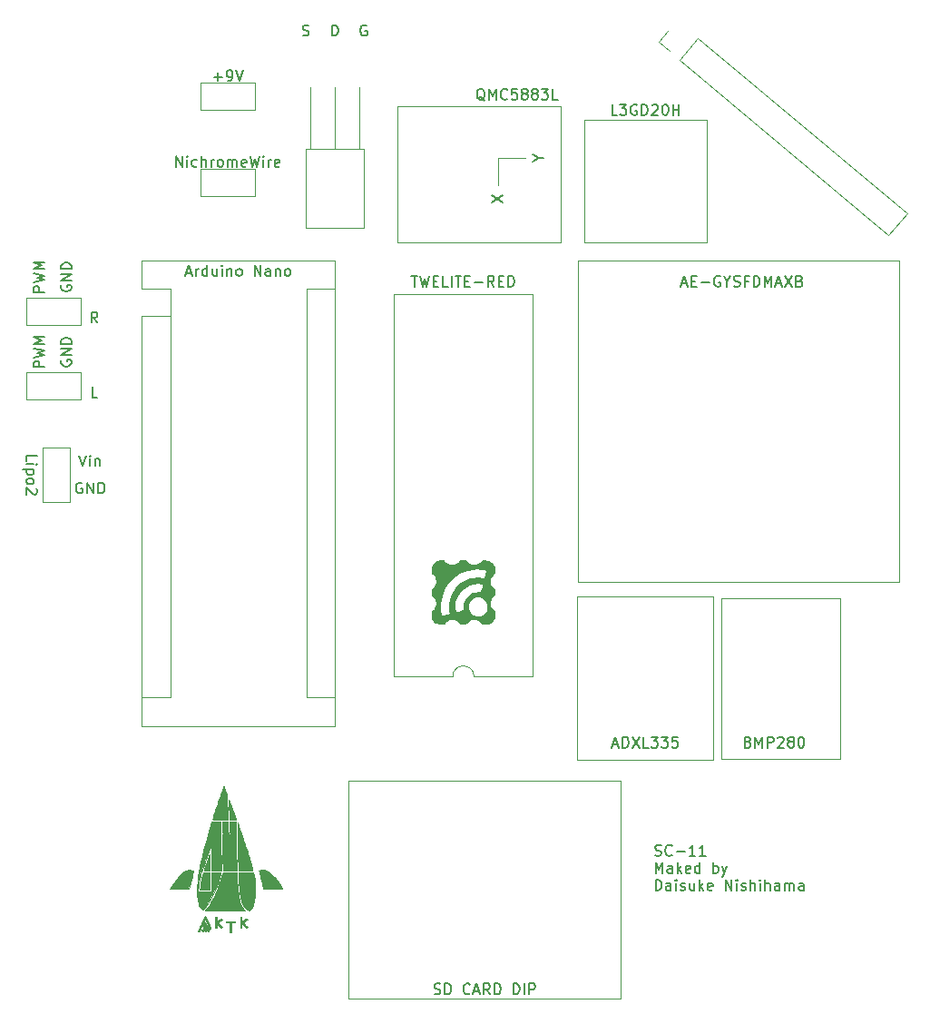
<source format=gbr>
%TF.GenerationSoftware,KiCad,Pcbnew,(6.0.5)*%
%TF.CreationDate,2022-07-12T02:11:44+09:00*%
%TF.ProjectId,sc11bbm,73633131-6262-46d2-9e6b-696361645f70,rev?*%
%TF.SameCoordinates,PXca2b5f1PY459e440*%
%TF.FileFunction,Legend,Top*%
%TF.FilePolarity,Positive*%
%FSLAX46Y46*%
G04 Gerber Fmt 4.6, Leading zero omitted, Abs format (unit mm)*
G04 Created by KiCad (PCBNEW (6.0.5)) date 2022-07-12 02:11:44*
%MOMM*%
%LPD*%
G01*
G04 APERTURE LIST*
%ADD10C,0.150000*%
%ADD11C,0.120000*%
%ADD12C,0.010000*%
G04 APERTURE END LIST*
D10*
X12962379Y-23166666D02*
X13438570Y-23166666D01*
X12867141Y-23452380D02*
X13200475Y-22452380D01*
X13533808Y-23452380D01*
X13867141Y-23452380D02*
X13867141Y-22452380D01*
X14105237Y-22452380D01*
X14248094Y-22500000D01*
X14343332Y-22595238D01*
X14390951Y-22690476D01*
X14438570Y-22880952D01*
X14438570Y-23023809D01*
X14390951Y-23214285D01*
X14343332Y-23309523D01*
X14248094Y-23404761D01*
X14105237Y-23452380D01*
X13867141Y-23452380D01*
X14771903Y-22452380D02*
X15438570Y-23452380D01*
X15438570Y-22452380D02*
X14771903Y-23452380D01*
X16295713Y-23452380D02*
X15819522Y-23452380D01*
X15819522Y-22452380D01*
X16533808Y-22452380D02*
X17152856Y-22452380D01*
X16819522Y-22833333D01*
X16962379Y-22833333D01*
X17057618Y-22880952D01*
X17105237Y-22928571D01*
X17152856Y-23023809D01*
X17152856Y-23261904D01*
X17105237Y-23357142D01*
X17057618Y-23404761D01*
X16962379Y-23452380D01*
X16676665Y-23452380D01*
X16581427Y-23404761D01*
X16533808Y-23357142D01*
X17486189Y-22452380D02*
X18105237Y-22452380D01*
X17771903Y-22833333D01*
X17914760Y-22833333D01*
X18009999Y-22880952D01*
X18057618Y-22928571D01*
X18105237Y-23023809D01*
X18105237Y-23261904D01*
X18057618Y-23357142D01*
X18009999Y-23404761D01*
X17914760Y-23452380D01*
X17629046Y-23452380D01*
X17533808Y-23404761D01*
X17486189Y-23357142D01*
X19009999Y-22452380D02*
X18533808Y-22452380D01*
X18486189Y-22928571D01*
X18533808Y-22880952D01*
X18629046Y-22833333D01*
X18867141Y-22833333D01*
X18962379Y-22880952D01*
X19009999Y-22928571D01*
X19057618Y-23023809D01*
X19057618Y-23261904D01*
X19009999Y-23357142D01*
X18962379Y-23404761D01*
X18867141Y-23452380D01*
X18629046Y-23452380D01*
X18533808Y-23404761D01*
X18486189Y-23357142D01*
X16897975Y-33490761D02*
X17040832Y-33538380D01*
X17278927Y-33538380D01*
X17374165Y-33490761D01*
X17421784Y-33443142D01*
X17469403Y-33347904D01*
X17469403Y-33252666D01*
X17421784Y-33157428D01*
X17374165Y-33109809D01*
X17278927Y-33062190D01*
X17088451Y-33014571D01*
X16993213Y-32966952D01*
X16945594Y-32919333D01*
X16897975Y-32824095D01*
X16897975Y-32728857D01*
X16945594Y-32633619D01*
X16993213Y-32586000D01*
X17088451Y-32538380D01*
X17326546Y-32538380D01*
X17469403Y-32586000D01*
X18469403Y-33443142D02*
X18421784Y-33490761D01*
X18278927Y-33538380D01*
X18183689Y-33538380D01*
X18040832Y-33490761D01*
X17945594Y-33395523D01*
X17897975Y-33300285D01*
X17850356Y-33109809D01*
X17850356Y-32966952D01*
X17897975Y-32776476D01*
X17945594Y-32681238D01*
X18040832Y-32586000D01*
X18183689Y-32538380D01*
X18278927Y-32538380D01*
X18421784Y-32586000D01*
X18469403Y-32633619D01*
X18897975Y-33157428D02*
X19659879Y-33157428D01*
X20659879Y-33538380D02*
X20088451Y-33538380D01*
X20374165Y-33538380D02*
X20374165Y-32538380D01*
X20278927Y-32681238D01*
X20183689Y-32776476D01*
X20088451Y-32824095D01*
X21612260Y-33538380D02*
X21040832Y-33538380D01*
X21326546Y-33538380D02*
X21326546Y-32538380D01*
X21231308Y-32681238D01*
X21136070Y-32776476D01*
X21040832Y-32824095D01*
X16945594Y-35148380D02*
X16945594Y-34148380D01*
X17278927Y-34862666D01*
X17612260Y-34148380D01*
X17612260Y-35148380D01*
X18517022Y-35148380D02*
X18517022Y-34624571D01*
X18469403Y-34529333D01*
X18374165Y-34481714D01*
X18183689Y-34481714D01*
X18088451Y-34529333D01*
X18517022Y-35100761D02*
X18421784Y-35148380D01*
X18183689Y-35148380D01*
X18088451Y-35100761D01*
X18040832Y-35005523D01*
X18040832Y-34910285D01*
X18088451Y-34815047D01*
X18183689Y-34767428D01*
X18421784Y-34767428D01*
X18517022Y-34719809D01*
X18993213Y-35148380D02*
X18993213Y-34148380D01*
X19088451Y-34767428D02*
X19374165Y-35148380D01*
X19374165Y-34481714D02*
X18993213Y-34862666D01*
X20183689Y-35100761D02*
X20088451Y-35148380D01*
X19897975Y-35148380D01*
X19802737Y-35100761D01*
X19755118Y-35005523D01*
X19755118Y-34624571D01*
X19802737Y-34529333D01*
X19897975Y-34481714D01*
X20088451Y-34481714D01*
X20183689Y-34529333D01*
X20231308Y-34624571D01*
X20231308Y-34719809D01*
X19755118Y-34815047D01*
X21088451Y-35148380D02*
X21088451Y-34148380D01*
X21088451Y-35100761D02*
X20993213Y-35148380D01*
X20802737Y-35148380D01*
X20707499Y-35100761D01*
X20659879Y-35053142D01*
X20612260Y-34957904D01*
X20612260Y-34672190D01*
X20659879Y-34576952D01*
X20707499Y-34529333D01*
X20802737Y-34481714D01*
X20993213Y-34481714D01*
X21088451Y-34529333D01*
X22326546Y-35148380D02*
X22326546Y-34148380D01*
X22326546Y-34529333D02*
X22421784Y-34481714D01*
X22612260Y-34481714D01*
X22707499Y-34529333D01*
X22755118Y-34576952D01*
X22802737Y-34672190D01*
X22802737Y-34957904D01*
X22755118Y-35053142D01*
X22707499Y-35100761D01*
X22612260Y-35148380D01*
X22421784Y-35148380D01*
X22326546Y-35100761D01*
X23136070Y-34481714D02*
X23374165Y-35148380D01*
X23612260Y-34481714D02*
X23374165Y-35148380D01*
X23278927Y-35386476D01*
X23231308Y-35434095D01*
X23136070Y-35481714D01*
X16945594Y-36758380D02*
X16945594Y-35758380D01*
X17183689Y-35758380D01*
X17326546Y-35806000D01*
X17421784Y-35901238D01*
X17469403Y-35996476D01*
X17517022Y-36186952D01*
X17517022Y-36329809D01*
X17469403Y-36520285D01*
X17421784Y-36615523D01*
X17326546Y-36710761D01*
X17183689Y-36758380D01*
X16945594Y-36758380D01*
X18374165Y-36758380D02*
X18374165Y-36234571D01*
X18326546Y-36139333D01*
X18231308Y-36091714D01*
X18040832Y-36091714D01*
X17945594Y-36139333D01*
X18374165Y-36710761D02*
X18278927Y-36758380D01*
X18040832Y-36758380D01*
X17945594Y-36710761D01*
X17897975Y-36615523D01*
X17897975Y-36520285D01*
X17945594Y-36425047D01*
X18040832Y-36377428D01*
X18278927Y-36377428D01*
X18374165Y-36329809D01*
X18850356Y-36758380D02*
X18850356Y-36091714D01*
X18850356Y-35758380D02*
X18802737Y-35806000D01*
X18850356Y-35853619D01*
X18897975Y-35806000D01*
X18850356Y-35758380D01*
X18850356Y-35853619D01*
X19278927Y-36710761D02*
X19374165Y-36758380D01*
X19564641Y-36758380D01*
X19659879Y-36710761D01*
X19707499Y-36615523D01*
X19707499Y-36567904D01*
X19659879Y-36472666D01*
X19564641Y-36425047D01*
X19421784Y-36425047D01*
X19326546Y-36377428D01*
X19278927Y-36282190D01*
X19278927Y-36234571D01*
X19326546Y-36139333D01*
X19421784Y-36091714D01*
X19564641Y-36091714D01*
X19659879Y-36139333D01*
X20564641Y-36091714D02*
X20564641Y-36758380D01*
X20136070Y-36091714D02*
X20136070Y-36615523D01*
X20183689Y-36710761D01*
X20278927Y-36758380D01*
X20421784Y-36758380D01*
X20517022Y-36710761D01*
X20564641Y-36663142D01*
X21040832Y-36758380D02*
X21040832Y-35758380D01*
X21136070Y-36377428D02*
X21421784Y-36758380D01*
X21421784Y-36091714D02*
X21040832Y-36472666D01*
X22231308Y-36710761D02*
X22136070Y-36758380D01*
X21945594Y-36758380D01*
X21850356Y-36710761D01*
X21802737Y-36615523D01*
X21802737Y-36234571D01*
X21850356Y-36139333D01*
X21945594Y-36091714D01*
X22136070Y-36091714D01*
X22231308Y-36139333D01*
X22278927Y-36234571D01*
X22278927Y-36329809D01*
X21802737Y-36425047D01*
X23469403Y-36758380D02*
X23469403Y-35758380D01*
X24040832Y-36758380D01*
X24040832Y-35758380D01*
X24517022Y-36758380D02*
X24517022Y-36091714D01*
X24517022Y-35758380D02*
X24469403Y-35806000D01*
X24517022Y-35853619D01*
X24564641Y-35806000D01*
X24517022Y-35758380D01*
X24517022Y-35853619D01*
X24945594Y-36710761D02*
X25040832Y-36758380D01*
X25231308Y-36758380D01*
X25326546Y-36710761D01*
X25374165Y-36615523D01*
X25374165Y-36567904D01*
X25326546Y-36472666D01*
X25231308Y-36425047D01*
X25088451Y-36425047D01*
X24993213Y-36377428D01*
X24945594Y-36282190D01*
X24945594Y-36234571D01*
X24993213Y-36139333D01*
X25088451Y-36091714D01*
X25231308Y-36091714D01*
X25326546Y-36139333D01*
X25802737Y-36758380D02*
X25802737Y-35758380D01*
X26231308Y-36758380D02*
X26231308Y-36234571D01*
X26183689Y-36139333D01*
X26088451Y-36091714D01*
X25945594Y-36091714D01*
X25850356Y-36139333D01*
X25802737Y-36186952D01*
X26707499Y-36758380D02*
X26707499Y-36091714D01*
X26707499Y-35758380D02*
X26659879Y-35806000D01*
X26707499Y-35853619D01*
X26755118Y-35806000D01*
X26707499Y-35758380D01*
X26707499Y-35853619D01*
X27183689Y-36758380D02*
X27183689Y-35758380D01*
X27612260Y-36758380D02*
X27612260Y-36234571D01*
X27564641Y-36139333D01*
X27469403Y-36091714D01*
X27326546Y-36091714D01*
X27231308Y-36139333D01*
X27183689Y-36186952D01*
X28517022Y-36758380D02*
X28517022Y-36234571D01*
X28469403Y-36139333D01*
X28374165Y-36091714D01*
X28183689Y-36091714D01*
X28088451Y-36139333D01*
X28517022Y-36710761D02*
X28421784Y-36758380D01*
X28183689Y-36758380D01*
X28088451Y-36710761D01*
X28040832Y-36615523D01*
X28040832Y-36520285D01*
X28088451Y-36425047D01*
X28183689Y-36377428D01*
X28421784Y-36377428D01*
X28517022Y-36329809D01*
X28993213Y-36758380D02*
X28993213Y-36091714D01*
X28993213Y-36186952D02*
X29040832Y-36139333D01*
X29136070Y-36091714D01*
X29278927Y-36091714D01*
X29374165Y-36139333D01*
X29421784Y-36234571D01*
X29421784Y-36758380D01*
X29421784Y-36234571D02*
X29469403Y-36139333D01*
X29564641Y-36091714D01*
X29707499Y-36091714D01*
X29802737Y-36139333D01*
X29850356Y-36234571D01*
X29850356Y-36758380D01*
X30755118Y-36758380D02*
X30755118Y-36234571D01*
X30707499Y-36139333D01*
X30612260Y-36091714D01*
X30421784Y-36091714D01*
X30326546Y-36139333D01*
X30755118Y-36710761D02*
X30659879Y-36758380D01*
X30421784Y-36758380D01*
X30326546Y-36710761D01*
X30278927Y-36615523D01*
X30278927Y-36520285D01*
X30326546Y-36425047D01*
X30421784Y-36377428D01*
X30659879Y-36377428D01*
X30755118Y-36329809D01*
X-26847144Y20833334D02*
X-26370954Y20833334D01*
X-26942382Y20547620D02*
X-26609049Y21547620D01*
X-26275716Y20547620D01*
X-25942382Y20547620D02*
X-25942382Y21214286D01*
X-25942382Y21023810D02*
X-25894763Y21119048D01*
X-25847144Y21166667D01*
X-25751906Y21214286D01*
X-25656668Y21214286D01*
X-24894763Y20547620D02*
X-24894763Y21547620D01*
X-24894763Y20595239D02*
X-24990001Y20547620D01*
X-25180478Y20547620D01*
X-25275716Y20595239D01*
X-25323335Y20642858D01*
X-25370954Y20738096D01*
X-25370954Y21023810D01*
X-25323335Y21119048D01*
X-25275716Y21166667D01*
X-25180478Y21214286D01*
X-24990001Y21214286D01*
X-24894763Y21166667D01*
X-23990001Y21214286D02*
X-23990001Y20547620D01*
X-24418573Y21214286D02*
X-24418573Y20690477D01*
X-24370954Y20595239D01*
X-24275716Y20547620D01*
X-24132859Y20547620D01*
X-24037621Y20595239D01*
X-23990001Y20642858D01*
X-23513811Y20547620D02*
X-23513811Y21214286D01*
X-23513811Y21547620D02*
X-23561430Y21500000D01*
X-23513811Y21452381D01*
X-23466192Y21500000D01*
X-23513811Y21547620D01*
X-23513811Y21452381D01*
X-23037621Y21214286D02*
X-23037621Y20547620D01*
X-23037621Y21119048D02*
X-22990001Y21166667D01*
X-22894763Y21214286D01*
X-22751906Y21214286D01*
X-22656668Y21166667D01*
X-22609049Y21071429D01*
X-22609049Y20547620D01*
X-21990001Y20547620D02*
X-22085240Y20595239D01*
X-22132859Y20642858D01*
X-22180478Y20738096D01*
X-22180478Y21023810D01*
X-22132859Y21119048D01*
X-22085240Y21166667D01*
X-21990001Y21214286D01*
X-21847144Y21214286D01*
X-21751906Y21166667D01*
X-21704287Y21119048D01*
X-21656668Y21023810D01*
X-21656668Y20738096D01*
X-21704287Y20642858D01*
X-21751906Y20595239D01*
X-21847144Y20547620D01*
X-21990001Y20547620D01*
X-20466192Y20547620D02*
X-20466192Y21547620D01*
X-19894763Y20547620D01*
X-19894763Y21547620D01*
X-18990001Y20547620D02*
X-18990001Y21071429D01*
X-19037621Y21166667D01*
X-19132859Y21214286D01*
X-19323335Y21214286D01*
X-19418573Y21166667D01*
X-18990001Y20595239D02*
X-19085240Y20547620D01*
X-19323335Y20547620D01*
X-19418573Y20595239D01*
X-19466192Y20690477D01*
X-19466192Y20785715D01*
X-19418573Y20880953D01*
X-19323335Y20928572D01*
X-19085240Y20928572D01*
X-18990001Y20976191D01*
X-18513811Y21214286D02*
X-18513811Y20547620D01*
X-18513811Y21119048D02*
X-18466192Y21166667D01*
X-18370954Y21214286D01*
X-18228097Y21214286D01*
X-18132859Y21166667D01*
X-18085240Y21071429D01*
X-18085240Y20547620D01*
X-17466192Y20547620D02*
X-17561430Y20595239D01*
X-17609049Y20642858D01*
X-17656668Y20738096D01*
X-17656668Y21023810D01*
X-17609049Y21119048D01*
X-17561430Y21166667D01*
X-17466192Y21214286D01*
X-17323335Y21214286D01*
X-17228097Y21166667D01*
X-17180478Y21119048D01*
X-17132859Y21023810D01*
X-17132859Y20738096D01*
X-17180478Y20642858D01*
X-17228097Y20595239D01*
X-17323335Y20547620D01*
X-17466192Y20547620D01*
X25581427Y-22928571D02*
X25724284Y-22976190D01*
X25771903Y-23023809D01*
X25819522Y-23119047D01*
X25819522Y-23261904D01*
X25771903Y-23357142D01*
X25724284Y-23404761D01*
X25629046Y-23452380D01*
X25248094Y-23452380D01*
X25248094Y-22452380D01*
X25581427Y-22452380D01*
X25676665Y-22500000D01*
X25724284Y-22547619D01*
X25771903Y-22642857D01*
X25771903Y-22738095D01*
X25724284Y-22833333D01*
X25676665Y-22880952D01*
X25581427Y-22928571D01*
X25248094Y-22928571D01*
X26248094Y-23452380D02*
X26248094Y-22452380D01*
X26581427Y-23166666D01*
X26914760Y-22452380D01*
X26914760Y-23452380D01*
X27390951Y-23452380D02*
X27390951Y-22452380D01*
X27771903Y-22452380D01*
X27867141Y-22500000D01*
X27914760Y-22547619D01*
X27962379Y-22642857D01*
X27962379Y-22785714D01*
X27914760Y-22880952D01*
X27867141Y-22928571D01*
X27771903Y-22976190D01*
X27390951Y-22976190D01*
X28343332Y-22547619D02*
X28390951Y-22500000D01*
X28486189Y-22452380D01*
X28724284Y-22452380D01*
X28819522Y-22500000D01*
X28867141Y-22547619D01*
X28914760Y-22642857D01*
X28914760Y-22738095D01*
X28867141Y-22880952D01*
X28295713Y-23452380D01*
X28914760Y-23452380D01*
X29486189Y-22880952D02*
X29390951Y-22833333D01*
X29343332Y-22785714D01*
X29295713Y-22690476D01*
X29295713Y-22642857D01*
X29343332Y-22547619D01*
X29390951Y-22500000D01*
X29486189Y-22452380D01*
X29676665Y-22452380D01*
X29771903Y-22500000D01*
X29819522Y-22547619D01*
X29867141Y-22642857D01*
X29867141Y-22690476D01*
X29819522Y-22785714D01*
X29771903Y-22833333D01*
X29676665Y-22880952D01*
X29486189Y-22880952D01*
X29390951Y-22928571D01*
X29343332Y-22976190D01*
X29295713Y-23071428D01*
X29295713Y-23261904D01*
X29343332Y-23357142D01*
X29390951Y-23404761D01*
X29486189Y-23452380D01*
X29676665Y-23452380D01*
X29771903Y-23404761D01*
X29819522Y-23357142D01*
X29867141Y-23261904D01*
X29867141Y-23071428D01*
X29819522Y-22976190D01*
X29771903Y-22928571D01*
X29676665Y-22880952D01*
X30486189Y-22452380D02*
X30581427Y-22452380D01*
X30676665Y-22500000D01*
X30724284Y-22547619D01*
X30771903Y-22642857D01*
X30819522Y-22833333D01*
X30819522Y-23071428D01*
X30771903Y-23261904D01*
X30724284Y-23357142D01*
X30676665Y-23404761D01*
X30581427Y-23452380D01*
X30486189Y-23452380D01*
X30390951Y-23404761D01*
X30343332Y-23357142D01*
X30295713Y-23261904D01*
X30248094Y-23071428D01*
X30248094Y-22833333D01*
X30295713Y-22642857D01*
X30343332Y-22547619D01*
X30390951Y-22500000D01*
X30486189Y-22452380D01*
X1009999Y36892381D02*
X914760Y36940000D01*
X819522Y37035239D01*
X676665Y37178096D01*
X581427Y37225715D01*
X486189Y37225715D01*
X533808Y36987620D02*
X438570Y37035239D01*
X343332Y37130477D01*
X295713Y37320953D01*
X295713Y37654286D01*
X343332Y37844762D01*
X438570Y37940000D01*
X533808Y37987620D01*
X724284Y37987620D01*
X819522Y37940000D01*
X914760Y37844762D01*
X962379Y37654286D01*
X962379Y37320953D01*
X914760Y37130477D01*
X819522Y37035239D01*
X724284Y36987620D01*
X533808Y36987620D01*
X1390951Y36987620D02*
X1390951Y37987620D01*
X1724284Y37273334D01*
X2057618Y37987620D01*
X2057618Y36987620D01*
X3105237Y37082858D02*
X3057618Y37035239D01*
X2914760Y36987620D01*
X2819522Y36987620D01*
X2676665Y37035239D01*
X2581427Y37130477D01*
X2533808Y37225715D01*
X2486189Y37416191D01*
X2486189Y37559048D01*
X2533808Y37749524D01*
X2581427Y37844762D01*
X2676665Y37940000D01*
X2819522Y37987620D01*
X2914760Y37987620D01*
X3057618Y37940000D01*
X3105237Y37892381D01*
X4009999Y37987620D02*
X3533808Y37987620D01*
X3486189Y37511429D01*
X3533808Y37559048D01*
X3629046Y37606667D01*
X3867141Y37606667D01*
X3962379Y37559048D01*
X4009999Y37511429D01*
X4057618Y37416191D01*
X4057618Y37178096D01*
X4009999Y37082858D01*
X3962379Y37035239D01*
X3867141Y36987620D01*
X3629046Y36987620D01*
X3533808Y37035239D01*
X3486189Y37082858D01*
X4629046Y37559048D02*
X4533808Y37606667D01*
X4486189Y37654286D01*
X4438570Y37749524D01*
X4438570Y37797143D01*
X4486189Y37892381D01*
X4533808Y37940000D01*
X4629046Y37987620D01*
X4819522Y37987620D01*
X4914760Y37940000D01*
X4962379Y37892381D01*
X5009999Y37797143D01*
X5009999Y37749524D01*
X4962379Y37654286D01*
X4914760Y37606667D01*
X4819522Y37559048D01*
X4629046Y37559048D01*
X4533808Y37511429D01*
X4486189Y37463810D01*
X4438570Y37368572D01*
X4438570Y37178096D01*
X4486189Y37082858D01*
X4533808Y37035239D01*
X4629046Y36987620D01*
X4819522Y36987620D01*
X4914760Y37035239D01*
X4962379Y37082858D01*
X5009999Y37178096D01*
X5009999Y37368572D01*
X4962379Y37463810D01*
X4914760Y37511429D01*
X4819522Y37559048D01*
X5581427Y37559048D02*
X5486189Y37606667D01*
X5438570Y37654286D01*
X5390951Y37749524D01*
X5390951Y37797143D01*
X5438570Y37892381D01*
X5486189Y37940000D01*
X5581427Y37987620D01*
X5771903Y37987620D01*
X5867141Y37940000D01*
X5914760Y37892381D01*
X5962379Y37797143D01*
X5962379Y37749524D01*
X5914760Y37654286D01*
X5867141Y37606667D01*
X5771903Y37559048D01*
X5581427Y37559048D01*
X5486189Y37511429D01*
X5438570Y37463810D01*
X5390951Y37368572D01*
X5390951Y37178096D01*
X5438570Y37082858D01*
X5486189Y37035239D01*
X5581427Y36987620D01*
X5771903Y36987620D01*
X5867141Y37035239D01*
X5914760Y37082858D01*
X5962379Y37178096D01*
X5962379Y37368572D01*
X5914760Y37463810D01*
X5867141Y37511429D01*
X5771903Y37559048D01*
X6295713Y37987620D02*
X6914760Y37987620D01*
X6581427Y37606667D01*
X6724284Y37606667D01*
X6819522Y37559048D01*
X6867141Y37511429D01*
X6914760Y37416191D01*
X6914760Y37178096D01*
X6867141Y37082858D01*
X6819522Y37035239D01*
X6724284Y36987620D01*
X6438570Y36987620D01*
X6343332Y37035239D01*
X6295713Y37082858D01*
X7819522Y36987620D02*
X7343332Y36987620D01*
X7343332Y37987620D01*
X19390951Y19833334D02*
X19867141Y19833334D01*
X19295713Y19547620D02*
X19629046Y20547620D01*
X19962379Y19547620D01*
X20295713Y20071429D02*
X20629046Y20071429D01*
X20771903Y19547620D02*
X20295713Y19547620D01*
X20295713Y20547620D01*
X20771903Y20547620D01*
X21200475Y19928572D02*
X21962379Y19928572D01*
X22962379Y20500000D02*
X22867141Y20547620D01*
X22724284Y20547620D01*
X22581427Y20500000D01*
X22486189Y20404762D01*
X22438570Y20309524D01*
X22390951Y20119048D01*
X22390951Y19976191D01*
X22438570Y19785715D01*
X22486189Y19690477D01*
X22581427Y19595239D01*
X22724284Y19547620D01*
X22819522Y19547620D01*
X22962379Y19595239D01*
X23009999Y19642858D01*
X23009999Y19976191D01*
X22819522Y19976191D01*
X23629046Y20023810D02*
X23629046Y19547620D01*
X23295713Y20547620D02*
X23629046Y20023810D01*
X23962379Y20547620D01*
X24248094Y19595239D02*
X24390951Y19547620D01*
X24629046Y19547620D01*
X24724284Y19595239D01*
X24771903Y19642858D01*
X24819522Y19738096D01*
X24819522Y19833334D01*
X24771903Y19928572D01*
X24724284Y19976191D01*
X24629046Y20023810D01*
X24438570Y20071429D01*
X24343332Y20119048D01*
X24295713Y20166667D01*
X24248094Y20261905D01*
X24248094Y20357143D01*
X24295713Y20452381D01*
X24343332Y20500000D01*
X24438570Y20547620D01*
X24676665Y20547620D01*
X24819522Y20500000D01*
X25581427Y20071429D02*
X25248094Y20071429D01*
X25248094Y19547620D02*
X25248094Y20547620D01*
X25724284Y20547620D01*
X26105237Y19547620D02*
X26105237Y20547620D01*
X26343332Y20547620D01*
X26486189Y20500000D01*
X26581427Y20404762D01*
X26629046Y20309524D01*
X26676665Y20119048D01*
X26676665Y19976191D01*
X26629046Y19785715D01*
X26581427Y19690477D01*
X26486189Y19595239D01*
X26343332Y19547620D01*
X26105237Y19547620D01*
X27105237Y19547620D02*
X27105237Y20547620D01*
X27438570Y19833334D01*
X27771903Y20547620D01*
X27771903Y19547620D01*
X28200475Y19833334D02*
X28676665Y19833334D01*
X28105237Y19547620D02*
X28438570Y20547620D01*
X28771903Y19547620D01*
X29009999Y20547620D02*
X29676665Y19547620D01*
X29676665Y20547620D02*
X29009999Y19547620D01*
X30390951Y20071429D02*
X30533808Y20023810D01*
X30581427Y19976191D01*
X30629046Y19880953D01*
X30629046Y19738096D01*
X30581427Y19642858D01*
X30533808Y19595239D01*
X30438570Y19547620D01*
X30057618Y19547620D01*
X30057618Y20547620D01*
X30390951Y20547620D01*
X30486189Y20500000D01*
X30533808Y20452381D01*
X30581427Y20357143D01*
X30581427Y20261905D01*
X30533808Y20166667D01*
X30486189Y20119048D01*
X30390951Y20071429D01*
X30057618Y20071429D01*
X13367141Y35547620D02*
X12890951Y35547620D01*
X12890951Y36547620D01*
X13605237Y36547620D02*
X14224284Y36547620D01*
X13890951Y36166667D01*
X14033808Y36166667D01*
X14129046Y36119048D01*
X14176665Y36071429D01*
X14224284Y35976191D01*
X14224284Y35738096D01*
X14176665Y35642858D01*
X14129046Y35595239D01*
X14033808Y35547620D01*
X13748094Y35547620D01*
X13652856Y35595239D01*
X13605237Y35642858D01*
X15176665Y36500000D02*
X15081427Y36547620D01*
X14938570Y36547620D01*
X14795713Y36500000D01*
X14700475Y36404762D01*
X14652856Y36309524D01*
X14605237Y36119048D01*
X14605237Y35976191D01*
X14652856Y35785715D01*
X14700475Y35690477D01*
X14795713Y35595239D01*
X14938570Y35547620D01*
X15033808Y35547620D01*
X15176665Y35595239D01*
X15224284Y35642858D01*
X15224284Y35976191D01*
X15033808Y35976191D01*
X15652856Y35547620D02*
X15652856Y36547620D01*
X15890951Y36547620D01*
X16033808Y36500000D01*
X16129046Y36404762D01*
X16176665Y36309524D01*
X16224284Y36119048D01*
X16224284Y35976191D01*
X16176665Y35785715D01*
X16129046Y35690477D01*
X16033808Y35595239D01*
X15890951Y35547620D01*
X15652856Y35547620D01*
X16605237Y36452381D02*
X16652856Y36500000D01*
X16748094Y36547620D01*
X16986189Y36547620D01*
X17081427Y36500000D01*
X17129046Y36452381D01*
X17176665Y36357143D01*
X17176665Y36261905D01*
X17129046Y36119048D01*
X16557618Y35547620D01*
X17176665Y35547620D01*
X17795713Y36547620D02*
X17890951Y36547620D01*
X17986189Y36500000D01*
X18033808Y36452381D01*
X18081427Y36357143D01*
X18129046Y36166667D01*
X18129046Y35928572D01*
X18081427Y35738096D01*
X18033808Y35642858D01*
X17986189Y35595239D01*
X17890951Y35547620D01*
X17795713Y35547620D01*
X17700475Y35595239D01*
X17652856Y35642858D01*
X17605237Y35738096D01*
X17557618Y35928572D01*
X17557618Y36166667D01*
X17605237Y36357143D01*
X17652856Y36452381D01*
X17700475Y36500000D01*
X17795713Y36547620D01*
X18557618Y35547620D02*
X18557618Y36547620D01*
X18557618Y36071429D02*
X19129046Y36071429D01*
X19129046Y35547620D02*
X19129046Y36547620D01*
X-3704287Y-46404761D02*
X-3561430Y-46452380D01*
X-3323335Y-46452380D01*
X-3228097Y-46404761D01*
X-3180478Y-46357142D01*
X-3132859Y-46261904D01*
X-3132859Y-46166666D01*
X-3180478Y-46071428D01*
X-3228097Y-46023809D01*
X-3323335Y-45976190D01*
X-3513811Y-45928571D01*
X-3609049Y-45880952D01*
X-3656668Y-45833333D01*
X-3704287Y-45738095D01*
X-3704287Y-45642857D01*
X-3656668Y-45547619D01*
X-3609049Y-45500000D01*
X-3513811Y-45452380D01*
X-3275716Y-45452380D01*
X-3132859Y-45500000D01*
X-2704287Y-46452380D02*
X-2704287Y-45452380D01*
X-2466192Y-45452380D01*
X-2323335Y-45500000D01*
X-2228097Y-45595238D01*
X-2180478Y-45690476D01*
X-2132859Y-45880952D01*
X-2132859Y-46023809D01*
X-2180478Y-46214285D01*
X-2228097Y-46309523D01*
X-2323335Y-46404761D01*
X-2466192Y-46452380D01*
X-2704287Y-46452380D01*
X-370954Y-46357142D02*
X-418573Y-46404761D01*
X-561430Y-46452380D01*
X-656668Y-46452380D01*
X-799525Y-46404761D01*
X-894763Y-46309523D01*
X-942382Y-46214285D01*
X-990001Y-46023809D01*
X-990001Y-45880952D01*
X-942382Y-45690476D01*
X-894763Y-45595238D01*
X-799525Y-45500000D01*
X-656668Y-45452380D01*
X-561430Y-45452380D01*
X-418573Y-45500000D01*
X-370954Y-45547619D01*
X9999Y-46166666D02*
X486189Y-46166666D01*
X-85240Y-46452380D02*
X248094Y-45452380D01*
X581427Y-46452380D01*
X1486189Y-46452380D02*
X1152856Y-45976190D01*
X914760Y-46452380D02*
X914760Y-45452380D01*
X1295713Y-45452380D01*
X1390951Y-45500000D01*
X1438570Y-45547619D01*
X1486189Y-45642857D01*
X1486189Y-45785714D01*
X1438570Y-45880952D01*
X1390951Y-45928571D01*
X1295713Y-45976190D01*
X914760Y-45976190D01*
X1914760Y-46452380D02*
X1914760Y-45452380D01*
X2152856Y-45452380D01*
X2295713Y-45500000D01*
X2390951Y-45595238D01*
X2438570Y-45690476D01*
X2486189Y-45880952D01*
X2486189Y-46023809D01*
X2438570Y-46214285D01*
X2390951Y-46309523D01*
X2295713Y-46404761D01*
X2152856Y-46452380D01*
X1914760Y-46452380D01*
X3676665Y-46452380D02*
X3676665Y-45452380D01*
X3914760Y-45452380D01*
X4057618Y-45500000D01*
X4152856Y-45595238D01*
X4200475Y-45690476D01*
X4248094Y-45880952D01*
X4248094Y-46023809D01*
X4200475Y-46214285D01*
X4152856Y-46309523D01*
X4057618Y-46404761D01*
X3914760Y-46452380D01*
X3676665Y-46452380D01*
X4676665Y-46452380D02*
X4676665Y-45452380D01*
X5152856Y-46452380D02*
X5152856Y-45452380D01*
X5533808Y-45452380D01*
X5629046Y-45500000D01*
X5676665Y-45547619D01*
X5724284Y-45642857D01*
X5724284Y-45785714D01*
X5676665Y-45880952D01*
X5629046Y-45928571D01*
X5533808Y-45976190D01*
X5152856Y-45976190D01*
X-5847144Y20547620D02*
X-5275716Y20547620D01*
X-5561430Y19547620D02*
X-5561430Y20547620D01*
X-5037621Y20547620D02*
X-4799525Y19547620D01*
X-4609049Y20261905D01*
X-4418573Y19547620D01*
X-4180478Y20547620D01*
X-3799525Y20071429D02*
X-3466192Y20071429D01*
X-3323335Y19547620D02*
X-3799525Y19547620D01*
X-3799525Y20547620D01*
X-3323335Y20547620D01*
X-2418573Y19547620D02*
X-2894763Y19547620D01*
X-2894763Y20547620D01*
X-2085240Y19547620D02*
X-2085240Y20547620D01*
X-1751906Y20547620D02*
X-1180478Y20547620D01*
X-1466192Y19547620D02*
X-1466192Y20547620D01*
X-847144Y20071429D02*
X-513811Y20071429D01*
X-370954Y19547620D02*
X-847144Y19547620D01*
X-847144Y20547620D01*
X-370954Y20547620D01*
X57618Y19928572D02*
X819522Y19928572D01*
X1867141Y19547620D02*
X1533808Y20023810D01*
X1295713Y19547620D02*
X1295713Y20547620D01*
X1676665Y20547620D01*
X1771903Y20500000D01*
X1819522Y20452381D01*
X1867141Y20357143D01*
X1867141Y20214286D01*
X1819522Y20119048D01*
X1771903Y20071429D01*
X1676665Y20023810D01*
X1295713Y20023810D01*
X2295713Y20071429D02*
X2629046Y20071429D01*
X2771903Y19547620D02*
X2295713Y19547620D01*
X2295713Y20547620D01*
X2771903Y20547620D01*
X3200475Y19547620D02*
X3200475Y20547620D01*
X3438570Y20547620D01*
X3581427Y20500000D01*
X3676665Y20404762D01*
X3724284Y20309524D01*
X3771903Y20119048D01*
X3771903Y19976191D01*
X3724284Y19785715D01*
X3676665Y19690477D01*
X3581427Y19595239D01*
X3438570Y19547620D01*
X3200475Y19547620D01*
%TO.C,RV1*%
X-27799525Y30722620D02*
X-27799525Y31722620D01*
X-27228097Y30722620D01*
X-27228097Y31722620D01*
X-26751906Y30722620D02*
X-26751906Y31389286D01*
X-26751906Y31722620D02*
X-26799525Y31675000D01*
X-26751906Y31627381D01*
X-26704287Y31675000D01*
X-26751906Y31722620D01*
X-26751906Y31627381D01*
X-25847144Y30770239D02*
X-25942382Y30722620D01*
X-26132859Y30722620D01*
X-26228097Y30770239D01*
X-26275716Y30817858D01*
X-26323335Y30913096D01*
X-26323335Y31198810D01*
X-26275716Y31294048D01*
X-26228097Y31341667D01*
X-26132859Y31389286D01*
X-25942382Y31389286D01*
X-25847144Y31341667D01*
X-25418573Y30722620D02*
X-25418573Y31722620D01*
X-24990001Y30722620D02*
X-24990001Y31246429D01*
X-25037621Y31341667D01*
X-25132859Y31389286D01*
X-25275716Y31389286D01*
X-25370954Y31341667D01*
X-25418573Y31294048D01*
X-24513811Y30722620D02*
X-24513811Y31389286D01*
X-24513811Y31198810D02*
X-24466192Y31294048D01*
X-24418573Y31341667D01*
X-24323335Y31389286D01*
X-24228097Y31389286D01*
X-23751906Y30722620D02*
X-23847144Y30770239D01*
X-23894763Y30817858D01*
X-23942382Y30913096D01*
X-23942382Y31198810D01*
X-23894763Y31294048D01*
X-23847144Y31341667D01*
X-23751906Y31389286D01*
X-23609049Y31389286D01*
X-23513811Y31341667D01*
X-23466192Y31294048D01*
X-23418573Y31198810D01*
X-23418573Y30913096D01*
X-23466192Y30817858D01*
X-23513811Y30770239D01*
X-23609049Y30722620D01*
X-23751906Y30722620D01*
X-22990001Y30722620D02*
X-22990001Y31389286D01*
X-22990001Y31294048D02*
X-22942382Y31341667D01*
X-22847144Y31389286D01*
X-22704287Y31389286D01*
X-22609049Y31341667D01*
X-22561430Y31246429D01*
X-22561430Y30722620D01*
X-22561430Y31246429D02*
X-22513811Y31341667D01*
X-22418573Y31389286D01*
X-22275716Y31389286D01*
X-22180478Y31341667D01*
X-22132859Y31246429D01*
X-22132859Y30722620D01*
X-21275716Y30770239D02*
X-21370954Y30722620D01*
X-21561430Y30722620D01*
X-21656668Y30770239D01*
X-21704287Y30865477D01*
X-21704287Y31246429D01*
X-21656668Y31341667D01*
X-21561430Y31389286D01*
X-21370954Y31389286D01*
X-21275716Y31341667D01*
X-21228097Y31246429D01*
X-21228097Y31151191D01*
X-21704287Y31055953D01*
X-20894763Y31722620D02*
X-20656668Y30722620D01*
X-20466192Y31436905D01*
X-20275716Y30722620D01*
X-20037621Y31722620D01*
X-19656668Y30722620D02*
X-19656668Y31389286D01*
X-19656668Y31722620D02*
X-19704287Y31675000D01*
X-19656668Y31627381D01*
X-19609049Y31675000D01*
X-19656668Y31722620D01*
X-19656668Y31627381D01*
X-19180478Y30722620D02*
X-19180478Y31389286D01*
X-19180478Y31198810D02*
X-19132859Y31294048D01*
X-19085240Y31341667D01*
X-18990001Y31389286D01*
X-18894763Y31389286D01*
X-18180478Y30770239D02*
X-18275716Y30722620D01*
X-18466192Y30722620D01*
X-18561430Y30770239D01*
X-18609049Y30865477D01*
X-18609049Y31246429D01*
X-18561430Y31341667D01*
X-18466192Y31389286D01*
X-18275716Y31389286D01*
X-18180478Y31341667D01*
X-18132859Y31246429D01*
X-18132859Y31151191D01*
X-18609049Y31055953D01*
%TO.C,BT1*%
X-41754382Y3309524D02*
X-41754382Y3785715D01*
X-40754382Y3785715D01*
X-41754382Y2976191D02*
X-41087716Y2976191D01*
X-40754382Y2976191D02*
X-40802001Y3023810D01*
X-40849621Y2976191D01*
X-40802001Y2928572D01*
X-40754382Y2976191D01*
X-40849621Y2976191D01*
X-41087716Y2500000D02*
X-42087716Y2500000D01*
X-41135335Y2500000D02*
X-41087716Y2404762D01*
X-41087716Y2214286D01*
X-41135335Y2119048D01*
X-41182954Y2071429D01*
X-41278192Y2023810D01*
X-41563906Y2023810D01*
X-41659144Y2071429D01*
X-41706763Y2119048D01*
X-41754382Y2214286D01*
X-41754382Y2404762D01*
X-41706763Y2500000D01*
X-41754382Y1452381D02*
X-41706763Y1547620D01*
X-41659144Y1595239D01*
X-41563906Y1642858D01*
X-41278192Y1642858D01*
X-41182954Y1595239D01*
X-41135335Y1547620D01*
X-41087716Y1452381D01*
X-41087716Y1309524D01*
X-41135335Y1214286D01*
X-41182954Y1166667D01*
X-41278192Y1119048D01*
X-41563906Y1119048D01*
X-41659144Y1166667D01*
X-41706763Y1214286D01*
X-41754382Y1309524D01*
X-41754382Y1452381D01*
X-40849621Y738096D02*
X-40802001Y690477D01*
X-40754382Y595239D01*
X-40754382Y357143D01*
X-40802001Y261905D01*
X-40849621Y214286D01*
X-40944859Y166667D01*
X-41040097Y166667D01*
X-41182954Y214286D01*
X-41754382Y785715D01*
X-41754382Y166667D01*
X-36576906Y1230000D02*
X-36672144Y1277620D01*
X-36815001Y1277620D01*
X-36957859Y1230000D01*
X-37053097Y1134762D01*
X-37100716Y1039524D01*
X-37148335Y849048D01*
X-37148335Y706191D01*
X-37100716Y515715D01*
X-37053097Y420477D01*
X-36957859Y325239D01*
X-36815001Y277620D01*
X-36719763Y277620D01*
X-36576906Y325239D01*
X-36529287Y372858D01*
X-36529287Y706191D01*
X-36719763Y706191D01*
X-36100716Y277620D02*
X-36100716Y1277620D01*
X-35529287Y277620D01*
X-35529287Y1277620D01*
X-35053097Y277620D02*
X-35053097Y1277620D01*
X-34815001Y1277620D01*
X-34672144Y1230000D01*
X-34576906Y1134762D01*
X-34529287Y1039524D01*
X-34481668Y849048D01*
X-34481668Y706191D01*
X-34529287Y515715D01*
X-34576906Y420477D01*
X-34672144Y325239D01*
X-34815001Y277620D01*
X-35053097Y277620D01*
X-36838811Y3817620D02*
X-36505478Y2817620D01*
X-36172144Y3817620D01*
X-35838811Y2817620D02*
X-35838811Y3484286D01*
X-35838811Y3817620D02*
X-35886430Y3770000D01*
X-35838811Y3722381D01*
X-35791192Y3770000D01*
X-35838811Y3817620D01*
X-35838811Y3722381D01*
X-35362621Y3484286D02*
X-35362621Y2817620D01*
X-35362621Y3389048D02*
X-35315001Y3436667D01*
X-35219763Y3484286D01*
X-35076906Y3484286D01*
X-34981668Y3436667D01*
X-34934049Y3341429D01*
X-34934049Y2817620D01*
%TO.C,U2*%
X-35140478Y9182620D02*
X-35616668Y9182620D01*
X-35616668Y10182620D01*
X-40077621Y12040239D02*
X-41077621Y12040239D01*
X-41077621Y12421191D01*
X-41030001Y12516429D01*
X-40982382Y12564048D01*
X-40887144Y12611667D01*
X-40744287Y12611667D01*
X-40649049Y12564048D01*
X-40601430Y12516429D01*
X-40553811Y12421191D01*
X-40553811Y12040239D01*
X-41077621Y12945000D02*
X-40077621Y13183096D01*
X-40791906Y13373572D01*
X-40077621Y13564048D01*
X-41077621Y13802143D01*
X-40077621Y14183096D02*
X-41077621Y14183096D01*
X-40363335Y14516429D01*
X-41077621Y14849762D01*
X-40077621Y14849762D01*
X-38490001Y12683096D02*
X-38537621Y12587858D01*
X-38537621Y12445000D01*
X-38490001Y12302143D01*
X-38394763Y12206905D01*
X-38299525Y12159286D01*
X-38109049Y12111667D01*
X-37966192Y12111667D01*
X-37775716Y12159286D01*
X-37680478Y12206905D01*
X-37585240Y12302143D01*
X-37537621Y12445000D01*
X-37537621Y12540239D01*
X-37585240Y12683096D01*
X-37632859Y12730715D01*
X-37966192Y12730715D01*
X-37966192Y12540239D01*
X-37537621Y13159286D02*
X-38537621Y13159286D01*
X-37537621Y13730715D01*
X-38537621Y13730715D01*
X-37537621Y14206905D02*
X-38537621Y14206905D01*
X-38537621Y14445000D01*
X-38490001Y14587858D01*
X-38394763Y14683096D01*
X-38299525Y14730715D01*
X-38109049Y14778334D01*
X-37966192Y14778334D01*
X-37775716Y14730715D01*
X-37680478Y14683096D01*
X-37585240Y14587858D01*
X-37537621Y14445000D01*
X-37537621Y14206905D01*
%TO.C,U1*%
X-35140478Y16182620D02*
X-35473811Y16658810D01*
X-35711906Y16182620D02*
X-35711906Y17182620D01*
X-35330954Y17182620D01*
X-35235716Y17135000D01*
X-35188097Y17087381D01*
X-35140478Y16992143D01*
X-35140478Y16849286D01*
X-35188097Y16754048D01*
X-35235716Y16706429D01*
X-35330954Y16658810D01*
X-35711906Y16658810D01*
X-38490001Y19683096D02*
X-38537621Y19587858D01*
X-38537621Y19445000D01*
X-38490001Y19302143D01*
X-38394763Y19206905D01*
X-38299525Y19159286D01*
X-38109049Y19111667D01*
X-37966192Y19111667D01*
X-37775716Y19159286D01*
X-37680478Y19206905D01*
X-37585240Y19302143D01*
X-37537621Y19445000D01*
X-37537621Y19540239D01*
X-37585240Y19683096D01*
X-37632859Y19730715D01*
X-37966192Y19730715D01*
X-37966192Y19540239D01*
X-37537621Y20159286D02*
X-38537621Y20159286D01*
X-37537621Y20730715D01*
X-38537621Y20730715D01*
X-37537621Y21206905D02*
X-38537621Y21206905D01*
X-38537621Y21445000D01*
X-38490001Y21587858D01*
X-38394763Y21683096D01*
X-38299525Y21730715D01*
X-38109049Y21778334D01*
X-37966192Y21778334D01*
X-37775716Y21730715D01*
X-37680478Y21683096D01*
X-37585240Y21587858D01*
X-37537621Y21445000D01*
X-37537621Y21206905D01*
X-40077621Y19040239D02*
X-41077621Y19040239D01*
X-41077621Y19421191D01*
X-41030001Y19516429D01*
X-40982382Y19564048D01*
X-40887144Y19611667D01*
X-40744287Y19611667D01*
X-40649049Y19564048D01*
X-40601430Y19516429D01*
X-40553811Y19421191D01*
X-40553811Y19040239D01*
X-41077621Y19945000D02*
X-40077621Y20183096D01*
X-40791906Y20373572D01*
X-40077621Y20564048D01*
X-41077621Y20802143D01*
X-40077621Y21183096D02*
X-41077621Y21183096D01*
X-40363335Y21516429D01*
X-41077621Y21849762D01*
X-40077621Y21849762D01*
%TO.C,Q1*%
X-15975716Y42995239D02*
X-15832859Y42947620D01*
X-15594763Y42947620D01*
X-15499525Y42995239D01*
X-15451906Y43042858D01*
X-15404287Y43138096D01*
X-15404287Y43233334D01*
X-15451906Y43328572D01*
X-15499525Y43376191D01*
X-15594763Y43423810D01*
X-15785240Y43471429D01*
X-15880478Y43519048D01*
X-15928097Y43566667D01*
X-15975716Y43661905D01*
X-15975716Y43757143D01*
X-15928097Y43852381D01*
X-15880478Y43900000D01*
X-15785240Y43947620D01*
X-15547144Y43947620D01*
X-15404287Y43900000D01*
X-13251906Y42947620D02*
X-13251906Y43947620D01*
X-13013811Y43947620D01*
X-12870954Y43900000D01*
X-12775716Y43804762D01*
X-12728097Y43709524D01*
X-12680478Y43519048D01*
X-12680478Y43376191D01*
X-12728097Y43185715D01*
X-12775716Y43090477D01*
X-12870954Y42995239D01*
X-13013811Y42947620D01*
X-13251906Y42947620D01*
X-10028097Y43900000D02*
X-10123335Y43947620D01*
X-10266192Y43947620D01*
X-10409049Y43900000D01*
X-10504287Y43804762D01*
X-10551906Y43709524D01*
X-10599525Y43519048D01*
X-10599525Y43376191D01*
X-10551906Y43185715D01*
X-10504287Y43090477D01*
X-10409049Y42995239D01*
X-10266192Y42947620D01*
X-10170954Y42947620D01*
X-10028097Y42995239D01*
X-9980478Y43042858D01*
X-9980478Y43376191D01*
X-10170954Y43376191D01*
%TO.C,U4*%
X6034189Y31524000D02*
X6510379Y31524000D01*
X5510379Y31190667D02*
X6034189Y31524000D01*
X5510379Y31857334D01*
X1700379Y27380667D02*
X2700379Y28047334D01*
X1700379Y28047334D02*
X2700379Y27380667D01*
%TO.C,BT2*%
X-24275716Y39103572D02*
X-23513811Y39103572D01*
X-23894763Y38722620D02*
X-23894763Y39484524D01*
X-22990001Y38722620D02*
X-22799525Y38722620D01*
X-22704287Y38770239D01*
X-22656668Y38817858D01*
X-22561430Y38960715D01*
X-22513811Y39151191D01*
X-22513811Y39532143D01*
X-22561430Y39627381D01*
X-22609049Y39675000D01*
X-22704287Y39722620D01*
X-22894763Y39722620D01*
X-22990001Y39675000D01*
X-23037621Y39627381D01*
X-23085240Y39532143D01*
X-23085240Y39294048D01*
X-23037621Y39198810D01*
X-22990001Y39151191D01*
X-22894763Y39103572D01*
X-22704287Y39103572D01*
X-22609049Y39151191D01*
X-22561430Y39198810D01*
X-22513811Y39294048D01*
X-22228097Y39722620D02*
X-21894763Y38722620D01*
X-21561430Y39722620D01*
D11*
%TO.C,U9*%
X-11690001Y-46890000D02*
X13709999Y-46890000D01*
X13709999Y-26570000D02*
X13709999Y-43080000D01*
X-11690001Y-26570000D02*
X-11690001Y-46890000D01*
X-11690001Y-26570000D02*
X13709999Y-26570000D01*
X13709999Y-46890000D02*
X13709999Y-43080000D01*
%TO.C,REF\u002A\u002A*%
X19191204Y40720223D02*
X20901019Y42757901D01*
X18218327Y41536563D02*
X17199488Y42391470D01*
X17199488Y42391470D02*
X18054396Y43410310D01*
X19191204Y40720223D02*
X38694695Y24354850D01*
X38694695Y24354850D02*
X40404510Y26392528D01*
X20901019Y42757901D02*
X40404510Y26392528D01*
%TO.C,G\u002A\u002A\u002A*%
G36*
X-25102519Y-39718933D02*
G01*
X-25083978Y-39734302D01*
X-25063168Y-39766463D01*
X-25036435Y-39820771D01*
X-25010140Y-39879622D01*
X-24981244Y-39949953D01*
X-24959857Y-40010565D01*
X-24948475Y-40053809D01*
X-24947961Y-40070122D01*
X-24968667Y-40082498D01*
X-25013937Y-40091356D01*
X-25074732Y-40096601D01*
X-25142014Y-40098137D01*
X-25206744Y-40095869D01*
X-25259885Y-40089701D01*
X-25292398Y-40079537D01*
X-25297822Y-40073821D01*
X-25294982Y-40049940D01*
X-25280672Y-40002595D01*
X-25257355Y-39939191D01*
X-25234485Y-39883321D01*
X-25201335Y-39807785D01*
X-25176740Y-39758535D01*
X-25157145Y-39730228D01*
X-25138993Y-39717524D01*
X-25122444Y-39715001D01*
X-25102519Y-39718933D01*
G37*
D12*
X-25102519Y-39718933D02*
X-25083978Y-39734302D01*
X-25063168Y-39766463D01*
X-25036435Y-39820771D01*
X-25010140Y-39879622D01*
X-24981244Y-39949953D01*
X-24959857Y-40010565D01*
X-24948475Y-40053809D01*
X-24947961Y-40070122D01*
X-24968667Y-40082498D01*
X-25013937Y-40091356D01*
X-25074732Y-40096601D01*
X-25142014Y-40098137D01*
X-25206744Y-40095869D01*
X-25259885Y-40089701D01*
X-25292398Y-40079537D01*
X-25297822Y-40073821D01*
X-25294982Y-40049940D01*
X-25280672Y-40002595D01*
X-25257355Y-39939191D01*
X-25234485Y-39883321D01*
X-25201335Y-39807785D01*
X-25176740Y-39758535D01*
X-25157145Y-39730228D01*
X-25138993Y-39717524D01*
X-25122444Y-39715001D01*
X-25102519Y-39718933D01*
G36*
X-22136519Y-35274234D02*
G01*
X-22126288Y-35480857D01*
X-22117419Y-35657502D01*
X-22109690Y-35808017D01*
X-22102877Y-35936254D01*
X-22096756Y-36046061D01*
X-22091104Y-36141290D01*
X-22085696Y-36225791D01*
X-22080310Y-36303414D01*
X-22074723Y-36378009D01*
X-22068709Y-36453426D01*
X-22066462Y-36480734D01*
X-22035318Y-36808965D01*
X-21998617Y-37105549D01*
X-21955822Y-37372333D01*
X-21906392Y-37611162D01*
X-21849790Y-37823883D01*
X-21785476Y-38012342D01*
X-21712911Y-38178385D01*
X-21631556Y-38323858D01*
X-21540872Y-38450607D01*
X-21466989Y-38533901D01*
X-21397010Y-38605867D01*
X-25072664Y-38605867D01*
X-24986430Y-38500034D01*
X-24931437Y-38428455D01*
X-24863745Y-38333944D01*
X-24787563Y-38222912D01*
X-24707103Y-38101770D01*
X-24626574Y-37976927D01*
X-24550188Y-37854796D01*
X-24482155Y-37741787D01*
X-24438695Y-37666067D01*
X-24263591Y-37333379D01*
X-24094214Y-36974806D01*
X-23933674Y-36598231D01*
X-23785082Y-36211535D01*
X-23651549Y-35822599D01*
X-23536184Y-35439305D01*
X-23486746Y-35254037D01*
X-23439037Y-35066800D01*
X-22146745Y-35066800D01*
X-22136519Y-35274234D01*
G37*
X-22136519Y-35274234D02*
X-22126288Y-35480857D01*
X-22117419Y-35657502D01*
X-22109690Y-35808017D01*
X-22102877Y-35936254D01*
X-22096756Y-36046061D01*
X-22091104Y-36141290D01*
X-22085696Y-36225791D01*
X-22080310Y-36303414D01*
X-22074723Y-36378009D01*
X-22068709Y-36453426D01*
X-22066462Y-36480734D01*
X-22035318Y-36808965D01*
X-21998617Y-37105549D01*
X-21955822Y-37372333D01*
X-21906392Y-37611162D01*
X-21849790Y-37823883D01*
X-21785476Y-38012342D01*
X-21712911Y-38178385D01*
X-21631556Y-38323858D01*
X-21540872Y-38450607D01*
X-21466989Y-38533901D01*
X-21397010Y-38605867D01*
X-25072664Y-38605867D01*
X-24986430Y-38500034D01*
X-24931437Y-38428455D01*
X-24863745Y-38333944D01*
X-24787563Y-38222912D01*
X-24707103Y-38101770D01*
X-24626574Y-37976927D01*
X-24550188Y-37854796D01*
X-24482155Y-37741787D01*
X-24438695Y-37666067D01*
X-24263591Y-37333379D01*
X-24094214Y-36974806D01*
X-23933674Y-36598231D01*
X-23785082Y-36211535D01*
X-23651549Y-35822599D01*
X-23536184Y-35439305D01*
X-23486746Y-35254037D01*
X-23439037Y-35066800D01*
X-22146745Y-35066800D01*
X-22136519Y-35274234D01*
G36*
X-23348875Y-27075824D02*
G01*
X-23331327Y-27116864D01*
X-23305150Y-27181018D01*
X-23272069Y-27264023D01*
X-23233807Y-27361614D01*
X-23205741Y-27434050D01*
X-23060391Y-27810921D01*
X-23025154Y-28852294D01*
X-23018838Y-29040961D01*
X-23012886Y-29222642D01*
X-23007400Y-29393977D01*
X-23002482Y-29551606D01*
X-22998233Y-29692169D01*
X-22994755Y-29812306D01*
X-22992148Y-29908657D01*
X-22990516Y-29977863D01*
X-22989959Y-30016434D01*
X-22990001Y-30139201D01*
X-23701201Y-30139201D01*
X-23852697Y-30138972D01*
X-23993168Y-30138320D01*
X-24119118Y-30137292D01*
X-24227047Y-30135937D01*
X-24313458Y-30134305D01*
X-24374852Y-30132445D01*
X-24407732Y-30130404D01*
X-24412401Y-30129266D01*
X-24406974Y-30106334D01*
X-24391317Y-30054338D01*
X-24366368Y-29975999D01*
X-24333063Y-29874039D01*
X-24292340Y-29751177D01*
X-24245136Y-29610136D01*
X-24192388Y-29453636D01*
X-24135033Y-29284398D01*
X-24074009Y-29105144D01*
X-24010252Y-28918593D01*
X-23944699Y-28727468D01*
X-23878288Y-28534489D01*
X-23811956Y-28342378D01*
X-23746640Y-28153854D01*
X-23683277Y-27971640D01*
X-23622804Y-27798456D01*
X-23566158Y-27637024D01*
X-23514277Y-27490064D01*
X-23468098Y-27360297D01*
X-23428557Y-27250444D01*
X-23396592Y-27163227D01*
X-23373140Y-27101366D01*
X-23359138Y-27067582D01*
X-23356073Y-27062161D01*
X-23348875Y-27075824D01*
G37*
X-23348875Y-27075824D02*
X-23331327Y-27116864D01*
X-23305150Y-27181018D01*
X-23272069Y-27264023D01*
X-23233807Y-27361614D01*
X-23205741Y-27434050D01*
X-23060391Y-27810921D01*
X-23025154Y-28852294D01*
X-23018838Y-29040961D01*
X-23012886Y-29222642D01*
X-23007400Y-29393977D01*
X-23002482Y-29551606D01*
X-22998233Y-29692169D01*
X-22994755Y-29812306D01*
X-22992148Y-29908657D01*
X-22990516Y-29977863D01*
X-22989959Y-30016434D01*
X-22990001Y-30139201D01*
X-23701201Y-30139201D01*
X-23852697Y-30138972D01*
X-23993168Y-30138320D01*
X-24119118Y-30137292D01*
X-24227047Y-30135937D01*
X-24313458Y-30134305D01*
X-24374852Y-30132445D01*
X-24407732Y-30130404D01*
X-24412401Y-30129266D01*
X-24406974Y-30106334D01*
X-24391317Y-30054338D01*
X-24366368Y-29975999D01*
X-24333063Y-29874039D01*
X-24292340Y-29751177D01*
X-24245136Y-29610136D01*
X-24192388Y-29453636D01*
X-24135033Y-29284398D01*
X-24074009Y-29105144D01*
X-24010252Y-28918593D01*
X-23944699Y-28727468D01*
X-23878288Y-28534489D01*
X-23811956Y-28342378D01*
X-23746640Y-28153854D01*
X-23683277Y-27971640D01*
X-23622804Y-27798456D01*
X-23566158Y-27637024D01*
X-23514277Y-27490064D01*
X-23468098Y-27360297D01*
X-23428557Y-27250444D01*
X-23396592Y-27163227D01*
X-23373140Y-27101366D01*
X-23359138Y-27067582D01*
X-23356073Y-27062161D01*
X-23348875Y-27075824D01*
G36*
X-25305319Y-40385176D02*
G01*
X-25261079Y-40389749D01*
X-25235981Y-40397905D01*
X-25234328Y-40399733D01*
X-25235907Y-40423141D01*
X-25250689Y-40464911D01*
X-25273659Y-40514857D01*
X-25299800Y-40562791D01*
X-25324098Y-40598527D01*
X-25338539Y-40611379D01*
X-25358999Y-40601726D01*
X-25387692Y-40562651D01*
X-25411488Y-40519293D01*
X-25437439Y-40465423D01*
X-25455742Y-40422726D01*
X-25462268Y-40401283D01*
X-25447173Y-40392241D01*
X-25408936Y-40386494D01*
X-25358128Y-40384115D01*
X-25305319Y-40385176D01*
G37*
X-25305319Y-40385176D02*
X-25261079Y-40389749D01*
X-25235981Y-40397905D01*
X-25234328Y-40399733D01*
X-25235907Y-40423141D01*
X-25250689Y-40464911D01*
X-25273659Y-40514857D01*
X-25299800Y-40562791D01*
X-25324098Y-40598527D01*
X-25338539Y-40611379D01*
X-25358999Y-40601726D01*
X-25387692Y-40562651D01*
X-25411488Y-40519293D01*
X-25437439Y-40465423D01*
X-25455742Y-40422726D01*
X-25462268Y-40401283D01*
X-25447173Y-40392241D01*
X-25408936Y-40386494D01*
X-25358128Y-40384115D01*
X-25305319Y-40385176D01*
G36*
X-24653519Y-34112709D02*
G01*
X-24652781Y-34270343D01*
X-24652435Y-34417841D01*
X-24652464Y-34551693D01*
X-24652851Y-34668385D01*
X-24653580Y-34764406D01*
X-24654634Y-34836243D01*
X-24655996Y-34880385D01*
X-24657221Y-34893234D01*
X-24676275Y-34901786D01*
X-24721556Y-34908352D01*
X-24786226Y-34912939D01*
X-24863446Y-34915556D01*
X-24946381Y-34916213D01*
X-25028191Y-34914917D01*
X-25102040Y-34911678D01*
X-25161090Y-34906504D01*
X-25198504Y-34899405D01*
X-25208268Y-34892529D01*
X-25202350Y-34863181D01*
X-25185224Y-34804918D01*
X-25157830Y-34720436D01*
X-25121108Y-34612433D01*
X-25075997Y-34483606D01*
X-25023438Y-34336651D01*
X-24964370Y-34174266D01*
X-24899734Y-33999147D01*
X-24856806Y-33884109D01*
X-24657934Y-33353351D01*
X-24653519Y-34112709D01*
G37*
X-24653519Y-34112709D02*
X-24652781Y-34270343D01*
X-24652435Y-34417841D01*
X-24652464Y-34551693D01*
X-24652851Y-34668385D01*
X-24653580Y-34764406D01*
X-24654634Y-34836243D01*
X-24655996Y-34880385D01*
X-24657221Y-34893234D01*
X-24676275Y-34901786D01*
X-24721556Y-34908352D01*
X-24786226Y-34912939D01*
X-24863446Y-34915556D01*
X-24946381Y-34916213D01*
X-25028191Y-34914917D01*
X-25102040Y-34911678D01*
X-25161090Y-34906504D01*
X-25198504Y-34899405D01*
X-25208268Y-34892529D01*
X-25202350Y-34863181D01*
X-25185224Y-34804918D01*
X-25157830Y-34720436D01*
X-25121108Y-34612433D01*
X-25075997Y-34483606D01*
X-25023438Y-34336651D01*
X-24964370Y-34174266D01*
X-24899734Y-33999147D01*
X-24856806Y-33884109D01*
X-24657934Y-33353351D01*
X-24653519Y-34112709D01*
G36*
X-19688001Y-34839927D02*
G01*
X-19597794Y-34842735D01*
X-19527946Y-34850979D01*
X-19465107Y-34866833D01*
X-19417068Y-34884039D01*
X-19244716Y-34966160D01*
X-19070202Y-35079336D01*
X-18892845Y-35224139D01*
X-18711962Y-35401139D01*
X-18526870Y-35610909D01*
X-18479192Y-35669369D01*
X-18408977Y-35760211D01*
X-18328529Y-35869978D01*
X-18242650Y-35991606D01*
X-18156140Y-36118030D01*
X-18073799Y-36242185D01*
X-18000429Y-36357004D01*
X-17940830Y-36455424D01*
X-17919256Y-36493434D01*
X-17856286Y-36607734D01*
X-19649907Y-36607734D01*
X-19855221Y-35786594D01*
X-19895491Y-35625247D01*
X-19933147Y-35473822D01*
X-19967406Y-35335502D01*
X-19997487Y-35213472D01*
X-20022605Y-35110916D01*
X-20041981Y-35031021D01*
X-20054830Y-34976969D01*
X-20060372Y-34951945D01*
X-20060534Y-34950706D01*
X-20046302Y-34936802D01*
X-20008933Y-34914340D01*
X-19956418Y-34888109D01*
X-19954701Y-34887318D01*
X-19899335Y-34863692D01*
X-19851304Y-34849305D01*
X-19798768Y-34842052D01*
X-19729887Y-34839829D01*
X-19688001Y-34839927D01*
G37*
X-19688001Y-34839927D02*
X-19597794Y-34842735D01*
X-19527946Y-34850979D01*
X-19465107Y-34866833D01*
X-19417068Y-34884039D01*
X-19244716Y-34966160D01*
X-19070202Y-35079336D01*
X-18892845Y-35224139D01*
X-18711962Y-35401139D01*
X-18526870Y-35610909D01*
X-18479192Y-35669369D01*
X-18408977Y-35760211D01*
X-18328529Y-35869978D01*
X-18242650Y-35991606D01*
X-18156140Y-36118030D01*
X-18073799Y-36242185D01*
X-18000429Y-36357004D01*
X-17940830Y-36455424D01*
X-17919256Y-36493434D01*
X-17856286Y-36607734D01*
X-19649907Y-36607734D01*
X-19855221Y-35786594D01*
X-19895491Y-35625247D01*
X-19933147Y-35473822D01*
X-19967406Y-35335502D01*
X-19997487Y-35213472D01*
X-20022605Y-35110916D01*
X-20041981Y-35031021D01*
X-20054830Y-34976969D01*
X-20060372Y-34951945D01*
X-20060534Y-34950706D01*
X-20046302Y-34936802D01*
X-20008933Y-34914340D01*
X-19956418Y-34888109D01*
X-19954701Y-34887318D01*
X-19899335Y-34863692D01*
X-19851304Y-34849305D01*
X-19798768Y-34842052D01*
X-19729887Y-34839829D01*
X-19688001Y-34839927D01*
G36*
X-24649468Y-36675467D02*
G01*
X-25574213Y-36675467D01*
X-25559951Y-36535767D01*
X-25535072Y-36332127D01*
X-25500508Y-36107447D01*
X-25458321Y-35872451D01*
X-25410571Y-35637863D01*
X-25359319Y-35414408D01*
X-25306627Y-35212810D01*
X-25303784Y-35202765D01*
X-25267535Y-35075267D01*
X-24958501Y-35070652D01*
X-24649468Y-35066037D01*
X-24649468Y-36675467D01*
G37*
X-24649468Y-36675467D02*
X-25574213Y-36675467D01*
X-25559951Y-36535767D01*
X-25535072Y-36332127D01*
X-25500508Y-36107447D01*
X-25458321Y-35872451D01*
X-25410571Y-35637863D01*
X-25359319Y-35414408D01*
X-25306627Y-35212810D01*
X-25303784Y-35202765D01*
X-25267535Y-35075267D01*
X-24958501Y-35070652D01*
X-24649468Y-35066037D01*
X-24649468Y-36675467D01*
G36*
X-25012266Y-40386923D02*
G01*
X-24974662Y-40393524D01*
X-24963150Y-40400128D01*
X-24966116Y-40419603D01*
X-24979946Y-40458913D01*
X-25000346Y-40508308D01*
X-25023018Y-40558039D01*
X-25043666Y-40598357D01*
X-25057994Y-40619514D01*
X-25060345Y-40620675D01*
X-25075812Y-40612702D01*
X-25083280Y-40607975D01*
X-25103053Y-40585041D01*
X-25127821Y-40543629D01*
X-25152680Y-40494010D01*
X-25172728Y-40446457D01*
X-25183062Y-40411241D01*
X-25182475Y-40400166D01*
X-25160695Y-40390913D01*
X-25117154Y-40385620D01*
X-25063720Y-40384289D01*
X-25012266Y-40386923D01*
G37*
X-25012266Y-40386923D02*
X-24974662Y-40393524D01*
X-24963150Y-40400128D01*
X-24966116Y-40419603D01*
X-24979946Y-40458913D01*
X-25000346Y-40508308D01*
X-25023018Y-40558039D01*
X-25043666Y-40598357D01*
X-25057994Y-40619514D01*
X-25060345Y-40620675D01*
X-25075812Y-40612702D01*
X-25083280Y-40607975D01*
X-25103053Y-40585041D01*
X-25127821Y-40543629D01*
X-25152680Y-40494010D01*
X-25172728Y-40446457D01*
X-25183062Y-40411241D01*
X-25182475Y-40400166D01*
X-25160695Y-40390913D01*
X-25117154Y-40385620D01*
X-25063720Y-40384289D01*
X-25012266Y-40386923D01*
G36*
X-21669201Y-39462812D02*
G01*
X-21668535Y-39548424D01*
X-21666133Y-39605009D01*
X-21661388Y-39637388D01*
X-21653691Y-39650382D01*
X-21645578Y-39650292D01*
X-21624054Y-39637368D01*
X-21580964Y-39608014D01*
X-21521838Y-39566110D01*
X-21452207Y-39515541D01*
X-21424031Y-39494777D01*
X-21346664Y-39437930D01*
X-21291700Y-39399137D01*
X-21254541Y-39376005D01*
X-21230590Y-39366146D01*
X-21215250Y-39367169D01*
X-21203921Y-39376683D01*
X-21201835Y-39379263D01*
X-21172469Y-39420463D01*
X-21152173Y-39455806D01*
X-21146399Y-39475591D01*
X-21147129Y-39476622D01*
X-21162050Y-39487754D01*
X-21198903Y-39515197D01*
X-21252446Y-39555049D01*
X-21317436Y-39603407D01*
X-21330535Y-39613152D01*
X-21398357Y-39663794D01*
X-21456888Y-39707845D01*
X-21500451Y-39741007D01*
X-21523367Y-39758983D01*
X-21524718Y-39760144D01*
X-21519268Y-39777181D01*
X-21491019Y-39814700D01*
X-21442086Y-39870236D01*
X-21374580Y-39941327D01*
X-21333799Y-39982661D01*
X-21126497Y-40190462D01*
X-21174409Y-40236365D01*
X-21208950Y-40265836D01*
X-21234669Y-40281495D01*
X-21238414Y-40282267D01*
X-21255098Y-40270840D01*
X-21291315Y-40239161D01*
X-21342859Y-40191131D01*
X-21405526Y-40130654D01*
X-21461854Y-40074920D01*
X-21669201Y-39867573D01*
X-21669201Y-40231467D01*
X-21804668Y-40231467D01*
X-21804668Y-39266267D01*
X-21669201Y-39266267D01*
X-21669201Y-39462812D01*
G37*
X-21669201Y-39462812D02*
X-21668535Y-39548424D01*
X-21666133Y-39605009D01*
X-21661388Y-39637388D01*
X-21653691Y-39650382D01*
X-21645578Y-39650292D01*
X-21624054Y-39637368D01*
X-21580964Y-39608014D01*
X-21521838Y-39566110D01*
X-21452207Y-39515541D01*
X-21424031Y-39494777D01*
X-21346664Y-39437930D01*
X-21291700Y-39399137D01*
X-21254541Y-39376005D01*
X-21230590Y-39366146D01*
X-21215250Y-39367169D01*
X-21203921Y-39376683D01*
X-21201835Y-39379263D01*
X-21172469Y-39420463D01*
X-21152173Y-39455806D01*
X-21146399Y-39475591D01*
X-21147129Y-39476622D01*
X-21162050Y-39487754D01*
X-21198903Y-39515197D01*
X-21252446Y-39555049D01*
X-21317436Y-39603407D01*
X-21330535Y-39613152D01*
X-21398357Y-39663794D01*
X-21456888Y-39707845D01*
X-21500451Y-39741007D01*
X-21523367Y-39758983D01*
X-21524718Y-39760144D01*
X-21519268Y-39777181D01*
X-21491019Y-39814700D01*
X-21442086Y-39870236D01*
X-21374580Y-39941327D01*
X-21333799Y-39982661D01*
X-21126497Y-40190462D01*
X-21174409Y-40236365D01*
X-21208950Y-40265836D01*
X-21234669Y-40281495D01*
X-21238414Y-40282267D01*
X-21255098Y-40270840D01*
X-21291315Y-40239161D01*
X-21342859Y-40191131D01*
X-21405526Y-40130654D01*
X-21461854Y-40074920D01*
X-21669201Y-39867573D01*
X-21669201Y-40231467D01*
X-21804668Y-40231467D01*
X-21804668Y-39266267D01*
X-21669201Y-39266267D01*
X-21669201Y-39462812D01*
G36*
X-21990067Y-30706467D02*
G01*
X-21949612Y-30817860D01*
X-21904009Y-30944352D01*
X-21858935Y-31070147D01*
X-21821158Y-31176367D01*
X-21738795Y-31409201D01*
X-22058668Y-31409201D01*
X-22058712Y-31286434D01*
X-22059174Y-31230677D01*
X-22060434Y-31148726D01*
X-22062345Y-31048240D01*
X-22064761Y-30936876D01*
X-22067536Y-30822293D01*
X-22067684Y-30816534D01*
X-22076612Y-30469400D01*
X-21990067Y-30706467D01*
G37*
X-21990067Y-30706467D02*
X-21949612Y-30817860D01*
X-21904009Y-30944352D01*
X-21858935Y-31070147D01*
X-21821158Y-31176367D01*
X-21738795Y-31409201D01*
X-22058668Y-31409201D01*
X-22058712Y-31286434D01*
X-22059174Y-31230677D01*
X-22060434Y-31148726D01*
X-22062345Y-31048240D01*
X-22064761Y-30936876D01*
X-22067536Y-30822293D01*
X-22067684Y-30816534D01*
X-22076612Y-30469400D01*
X-21990067Y-30706467D01*
G36*
X-22295735Y-39740401D02*
G01*
X-22634401Y-39740401D01*
X-22634401Y-40654800D01*
X-22786801Y-40654800D01*
X-22786801Y-39740401D01*
X-23125468Y-39740401D01*
X-23125468Y-39621867D01*
X-22295735Y-39621867D01*
X-22295735Y-39740401D01*
G37*
X-22295735Y-39740401D02*
X-22634401Y-39740401D01*
X-22634401Y-40654800D01*
X-22786801Y-40654800D01*
X-22786801Y-39740401D01*
X-23125468Y-39740401D01*
X-23125468Y-39621867D01*
X-22295735Y-39621867D01*
X-22295735Y-39740401D01*
G36*
X-25065273Y-39203428D02*
G01*
X-25046072Y-39215043D01*
X-25028852Y-39228870D01*
X-25011769Y-39248397D01*
X-24992979Y-39277112D01*
X-24970640Y-39318503D01*
X-24942907Y-39376058D01*
X-24907936Y-39453266D01*
X-24863885Y-39553615D01*
X-24808909Y-39680592D01*
X-24790412Y-39723467D01*
X-24738659Y-39844919D01*
X-24691581Y-39958178D01*
X-24650838Y-40059033D01*
X-24618086Y-40143272D01*
X-24594985Y-40206686D01*
X-24583193Y-40245063D01*
X-24582012Y-40252634D01*
X-24581734Y-40299200D01*
X-25276001Y-40299200D01*
X-25276001Y-40180667D01*
X-25020189Y-40180667D01*
X-24918419Y-40180060D01*
X-24846626Y-40178016D01*
X-24800936Y-40174199D01*
X-24777478Y-40168273D01*
X-24772378Y-40159903D01*
X-24772610Y-40159214D01*
X-24799920Y-40090571D01*
X-24834217Y-40008196D01*
X-24873271Y-39917038D01*
X-24914852Y-39822046D01*
X-24956730Y-39728167D01*
X-24996675Y-39640350D01*
X-25032457Y-39563544D01*
X-25061846Y-39502696D01*
X-25082612Y-39462755D01*
X-25092525Y-39448670D01*
X-25092765Y-39448791D01*
X-25102444Y-39466543D01*
X-25124543Y-39511633D01*
X-25157424Y-39580583D01*
X-25199454Y-39669916D01*
X-25248996Y-39776155D01*
X-25304417Y-39895825D01*
X-25364081Y-40025448D01*
X-25368887Y-40035922D01*
X-25428457Y-40165632D01*
X-25483516Y-40285231D01*
X-25532492Y-40391325D01*
X-25573813Y-40480519D01*
X-25605906Y-40549420D01*
X-25627198Y-40594635D01*
X-25636117Y-40612769D01*
X-25636263Y-40612959D01*
X-25652771Y-40608954D01*
X-25689362Y-40595958D01*
X-25703568Y-40590478D01*
X-25743496Y-40571699D01*
X-25765546Y-40555311D01*
X-25767068Y-40551705D01*
X-25760271Y-40534259D01*
X-25741056Y-40489932D01*
X-25711190Y-40422598D01*
X-25672438Y-40336129D01*
X-25626567Y-40234400D01*
X-25575341Y-40121283D01*
X-25520527Y-40000652D01*
X-25463891Y-39876380D01*
X-25407198Y-39752340D01*
X-25352214Y-39632405D01*
X-25300705Y-39520448D01*
X-25254437Y-39420343D01*
X-25215175Y-39335963D01*
X-25184686Y-39271182D01*
X-25164734Y-39229871D01*
X-25161733Y-39223924D01*
X-25132010Y-39165989D01*
X-25065273Y-39203428D01*
G37*
X-25065273Y-39203428D02*
X-25046072Y-39215043D01*
X-25028852Y-39228870D01*
X-25011769Y-39248397D01*
X-24992979Y-39277112D01*
X-24970640Y-39318503D01*
X-24942907Y-39376058D01*
X-24907936Y-39453266D01*
X-24863885Y-39553615D01*
X-24808909Y-39680592D01*
X-24790412Y-39723467D01*
X-24738659Y-39844919D01*
X-24691581Y-39958178D01*
X-24650838Y-40059033D01*
X-24618086Y-40143272D01*
X-24594985Y-40206686D01*
X-24583193Y-40245063D01*
X-24582012Y-40252634D01*
X-24581734Y-40299200D01*
X-25276001Y-40299200D01*
X-25276001Y-40180667D01*
X-25020189Y-40180667D01*
X-24918419Y-40180060D01*
X-24846626Y-40178016D01*
X-24800936Y-40174199D01*
X-24777478Y-40168273D01*
X-24772378Y-40159903D01*
X-24772610Y-40159214D01*
X-24799920Y-40090571D01*
X-24834217Y-40008196D01*
X-24873271Y-39917038D01*
X-24914852Y-39822046D01*
X-24956730Y-39728167D01*
X-24996675Y-39640350D01*
X-25032457Y-39563544D01*
X-25061846Y-39502696D01*
X-25082612Y-39462755D01*
X-25092525Y-39448670D01*
X-25092765Y-39448791D01*
X-25102444Y-39466543D01*
X-25124543Y-39511633D01*
X-25157424Y-39580583D01*
X-25199454Y-39669916D01*
X-25248996Y-39776155D01*
X-25304417Y-39895825D01*
X-25364081Y-40025448D01*
X-25368887Y-40035922D01*
X-25428457Y-40165632D01*
X-25483516Y-40285231D01*
X-25532492Y-40391325D01*
X-25573813Y-40480519D01*
X-25605906Y-40549420D01*
X-25627198Y-40594635D01*
X-25636117Y-40612769D01*
X-25636263Y-40612959D01*
X-25652771Y-40608954D01*
X-25689362Y-40595958D01*
X-25703568Y-40590478D01*
X-25743496Y-40571699D01*
X-25765546Y-40555311D01*
X-25767068Y-40551705D01*
X-25760271Y-40534259D01*
X-25741056Y-40489932D01*
X-25711190Y-40422598D01*
X-25672438Y-40336129D01*
X-25626567Y-40234400D01*
X-25575341Y-40121283D01*
X-25520527Y-40000652D01*
X-25463891Y-39876380D01*
X-25407198Y-39752340D01*
X-25352214Y-39632405D01*
X-25300705Y-39520448D01*
X-25254437Y-39420343D01*
X-25215175Y-39335963D01*
X-25184686Y-39271182D01*
X-25164734Y-39229871D01*
X-25161733Y-39223924D01*
X-25132010Y-39165989D01*
X-25065273Y-39203428D01*
G36*
X-22826149Y-28428934D02*
G01*
X-22810452Y-28469911D01*
X-22785486Y-28536041D01*
X-22752568Y-28623773D01*
X-22713015Y-28729557D01*
X-22668143Y-28849845D01*
X-22619270Y-28981087D01*
X-22567711Y-29119733D01*
X-22514784Y-29262234D01*
X-22461806Y-29405040D01*
X-22410093Y-29544602D01*
X-22360962Y-29677371D01*
X-22315730Y-29799796D01*
X-22275713Y-29908329D01*
X-22242229Y-29999420D01*
X-22216594Y-30069519D01*
X-22200125Y-30115078D01*
X-22194138Y-30132545D01*
X-22194135Y-30132593D01*
X-22210189Y-30134677D01*
X-22254839Y-30136490D01*
X-22322815Y-30137923D01*
X-22408844Y-30138863D01*
X-22507401Y-30139201D01*
X-22820668Y-30139201D01*
X-22820989Y-30075701D01*
X-22821661Y-30045134D01*
X-22823443Y-29984735D01*
X-22826199Y-29898516D01*
X-22829797Y-29790486D01*
X-22834102Y-29664659D01*
X-22838979Y-29525044D01*
X-22844295Y-29375654D01*
X-22846068Y-29326401D01*
X-22851552Y-29169846D01*
X-22856571Y-29017611D01*
X-22860990Y-28874457D01*
X-22864675Y-28745142D01*
X-22867491Y-28634429D01*
X-22869304Y-28547076D01*
X-22869980Y-28487846D01*
X-22869967Y-28479734D01*
X-22869108Y-28318867D01*
X-22826149Y-28428934D01*
G37*
X-22826149Y-28428934D02*
X-22810452Y-28469911D01*
X-22785486Y-28536041D01*
X-22752568Y-28623773D01*
X-22713015Y-28729557D01*
X-22668143Y-28849845D01*
X-22619270Y-28981087D01*
X-22567711Y-29119733D01*
X-22514784Y-29262234D01*
X-22461806Y-29405040D01*
X-22410093Y-29544602D01*
X-22360962Y-29677371D01*
X-22315730Y-29799796D01*
X-22275713Y-29908329D01*
X-22242229Y-29999420D01*
X-22216594Y-30069519D01*
X-22200125Y-30115078D01*
X-22194138Y-30132545D01*
X-22194135Y-30132593D01*
X-22210189Y-30134677D01*
X-22254839Y-30136490D01*
X-22322815Y-30137923D01*
X-22408844Y-30138863D01*
X-22507401Y-30139201D01*
X-22820668Y-30139201D01*
X-22820989Y-30075701D01*
X-22821661Y-30045134D01*
X-22823443Y-29984735D01*
X-22826199Y-29898516D01*
X-22829797Y-29790486D01*
X-22834102Y-29664659D01*
X-22838979Y-29525044D01*
X-22844295Y-29375654D01*
X-22846068Y-29326401D01*
X-22851552Y-29169846D01*
X-22856571Y-29017611D01*
X-22860990Y-28874457D01*
X-22864675Y-28745142D01*
X-22867491Y-28634429D01*
X-22869304Y-28547076D01*
X-22869980Y-28487846D01*
X-22869967Y-28479734D01*
X-22869108Y-28318867D01*
X-22826149Y-28428934D01*
G36*
X-20553426Y-35299856D02*
G01*
X-20511456Y-35502733D01*
X-20478243Y-35682014D01*
X-20452845Y-35846517D01*
X-20434318Y-36005058D01*
X-20421721Y-36166454D01*
X-20414110Y-36339521D01*
X-20410543Y-36533076D01*
X-20409979Y-36641601D01*
X-20411042Y-36831800D01*
X-20415468Y-36996738D01*
X-20423975Y-37144914D01*
X-20437280Y-37284831D01*
X-20456101Y-37424988D01*
X-20481155Y-37573888D01*
X-20494866Y-37647108D01*
X-20534477Y-37824683D01*
X-20583848Y-37999640D01*
X-20640650Y-38165766D01*
X-20702553Y-38316850D01*
X-20767229Y-38446677D01*
X-20832348Y-38549035D01*
X-20833695Y-38550834D01*
X-20857922Y-38580266D01*
X-20881744Y-38596675D01*
X-20915701Y-38603756D01*
X-20970331Y-38605204D01*
X-20988496Y-38605119D01*
X-21077501Y-38598819D01*
X-21146690Y-38579619D01*
X-21169668Y-38568792D01*
X-21232361Y-38526400D01*
X-21304614Y-38462698D01*
X-21378871Y-38385596D01*
X-21447578Y-38303007D01*
X-21503179Y-38222844D01*
X-21508552Y-38213866D01*
X-21573060Y-38092301D01*
X-21631714Y-37956574D01*
X-21684829Y-37804843D01*
X-21732715Y-37635266D01*
X-21775686Y-37445999D01*
X-21814052Y-37235201D01*
X-21848126Y-37001030D01*
X-21878221Y-36741642D01*
X-21904648Y-36455196D01*
X-21927719Y-36139848D01*
X-21947747Y-35793758D01*
X-21959179Y-35553763D01*
X-21964325Y-35431263D01*
X-21968496Y-35320225D01*
X-21971566Y-35225022D01*
X-21973411Y-35150028D01*
X-21973907Y-35099616D01*
X-21972930Y-35078160D01*
X-21972719Y-35077748D01*
X-21954780Y-35076131D01*
X-21906606Y-35074143D01*
X-21831828Y-35071873D01*
X-21734074Y-35069410D01*
X-21616975Y-35066843D01*
X-21484160Y-35064261D01*
X-21339258Y-35061753D01*
X-21286235Y-35060908D01*
X-20606935Y-35050312D01*
X-20553426Y-35299856D01*
G37*
X-20553426Y-35299856D02*
X-20511456Y-35502733D01*
X-20478243Y-35682014D01*
X-20452845Y-35846517D01*
X-20434318Y-36005058D01*
X-20421721Y-36166454D01*
X-20414110Y-36339521D01*
X-20410543Y-36533076D01*
X-20409979Y-36641601D01*
X-20411042Y-36831800D01*
X-20415468Y-36996738D01*
X-20423975Y-37144914D01*
X-20437280Y-37284831D01*
X-20456101Y-37424988D01*
X-20481155Y-37573888D01*
X-20494866Y-37647108D01*
X-20534477Y-37824683D01*
X-20583848Y-37999640D01*
X-20640650Y-38165766D01*
X-20702553Y-38316850D01*
X-20767229Y-38446677D01*
X-20832348Y-38549035D01*
X-20833695Y-38550834D01*
X-20857922Y-38580266D01*
X-20881744Y-38596675D01*
X-20915701Y-38603756D01*
X-20970331Y-38605204D01*
X-20988496Y-38605119D01*
X-21077501Y-38598819D01*
X-21146690Y-38579619D01*
X-21169668Y-38568792D01*
X-21232361Y-38526400D01*
X-21304614Y-38462698D01*
X-21378871Y-38385596D01*
X-21447578Y-38303007D01*
X-21503179Y-38222844D01*
X-21508552Y-38213866D01*
X-21573060Y-38092301D01*
X-21631714Y-37956574D01*
X-21684829Y-37804843D01*
X-21732715Y-37635266D01*
X-21775686Y-37445999D01*
X-21814052Y-37235201D01*
X-21848126Y-37001030D01*
X-21878221Y-36741642D01*
X-21904648Y-36455196D01*
X-21927719Y-36139848D01*
X-21947747Y-35793758D01*
X-21959179Y-35553763D01*
X-21964325Y-35431263D01*
X-21968496Y-35320225D01*
X-21971566Y-35225022D01*
X-21973411Y-35150028D01*
X-21973907Y-35099616D01*
X-21972930Y-35078160D01*
X-21972719Y-35077748D01*
X-21954780Y-35076131D01*
X-21906606Y-35074143D01*
X-21831828Y-35071873D01*
X-21734074Y-35069410D01*
X-21616975Y-35066843D01*
X-21484160Y-35064261D01*
X-21339258Y-35061753D01*
X-21286235Y-35060908D01*
X-20606935Y-35050312D01*
X-20553426Y-35299856D01*
G36*
X-26460616Y-34865364D02*
G01*
X-26374501Y-34881508D01*
X-26296836Y-34904806D01*
X-26236798Y-34932636D01*
X-26208373Y-34955483D01*
X-26205830Y-34968961D01*
X-26208345Y-34998932D01*
X-26216379Y-35047481D01*
X-26230392Y-35116692D01*
X-26250844Y-35208650D01*
X-26278196Y-35325438D01*
X-26312908Y-35469141D01*
X-26355440Y-35641845D01*
X-26395210Y-35801510D01*
X-26601029Y-36624667D01*
X-28394220Y-36624667D01*
X-28339731Y-36527301D01*
X-28294289Y-36450139D01*
X-28233486Y-36352710D01*
X-28162008Y-36242040D01*
X-28084539Y-36125160D01*
X-28005765Y-36009096D01*
X-27930371Y-35900877D01*
X-27863042Y-35807533D01*
X-27834804Y-35769863D01*
X-27750867Y-35665339D01*
X-27653494Y-35553184D01*
X-27548832Y-35439789D01*
X-27443031Y-35331544D01*
X-27342239Y-35234840D01*
X-27252604Y-35156068D01*
X-27217011Y-35127765D01*
X-27057866Y-35017809D01*
X-26907633Y-34937793D01*
X-26762605Y-34886232D01*
X-26619070Y-34861640D01*
X-26546001Y-34858997D01*
X-26460616Y-34865364D01*
G37*
X-26460616Y-34865364D02*
X-26374501Y-34881508D01*
X-26296836Y-34904806D01*
X-26236798Y-34932636D01*
X-26208373Y-34955483D01*
X-26205830Y-34968961D01*
X-26208345Y-34998932D01*
X-26216379Y-35047481D01*
X-26230392Y-35116692D01*
X-26250844Y-35208650D01*
X-26278196Y-35325438D01*
X-26312908Y-35469141D01*
X-26355440Y-35641845D01*
X-26395210Y-35801510D01*
X-26601029Y-36624667D01*
X-28394220Y-36624667D01*
X-28339731Y-36527301D01*
X-28294289Y-36450139D01*
X-28233486Y-36352710D01*
X-28162008Y-36242040D01*
X-28084539Y-36125160D01*
X-28005765Y-36009096D01*
X-27930371Y-35900877D01*
X-27863042Y-35807533D01*
X-27834804Y-35769863D01*
X-27750867Y-35665339D01*
X-27653494Y-35553184D01*
X-27548832Y-35439789D01*
X-27443031Y-35331544D01*
X-27342239Y-35234840D01*
X-27252604Y-35156068D01*
X-27217011Y-35127765D01*
X-27057866Y-35017809D01*
X-26907633Y-34937793D01*
X-26762605Y-34886232D01*
X-26619070Y-34861640D01*
X-26546001Y-34858997D01*
X-26460616Y-34865364D01*
G36*
X-21790844Y-31562265D02*
G01*
X-21736121Y-31564879D01*
X-21702940Y-31570376D01*
X-21685146Y-31579686D01*
X-21677547Y-31591234D01*
X-21658741Y-31640634D01*
X-21630894Y-31719025D01*
X-21595084Y-31823080D01*
X-21552389Y-31949471D01*
X-21503888Y-32094870D01*
X-21450659Y-32255949D01*
X-21393780Y-32429381D01*
X-21334330Y-32611837D01*
X-21273387Y-32799990D01*
X-21212029Y-32990512D01*
X-21151336Y-33180074D01*
X-21092384Y-33365350D01*
X-21036252Y-33543012D01*
X-20984020Y-33709731D01*
X-20936764Y-33862180D01*
X-20895564Y-33997030D01*
X-20865947Y-34095882D01*
X-20843362Y-34173615D01*
X-20817211Y-34265912D01*
X-20788942Y-34367408D01*
X-20760003Y-34472736D01*
X-20731843Y-34576532D01*
X-20705909Y-34673430D01*
X-20683650Y-34758065D01*
X-20666514Y-34825072D01*
X-20655949Y-34869085D01*
X-20653201Y-34884077D01*
X-20669532Y-34887021D01*
X-20716115Y-34889741D01*
X-20789335Y-34892164D01*
X-20885579Y-34894218D01*
X-21001232Y-34895831D01*
X-21132679Y-34896929D01*
X-21276307Y-34897439D01*
X-21319386Y-34897467D01*
X-21985570Y-34897467D01*
X-21996632Y-34402167D01*
X-21999056Y-34289044D01*
X-22001927Y-34147317D01*
X-22005146Y-33982245D01*
X-22008617Y-33799085D01*
X-22012240Y-33603097D01*
X-22015918Y-33399538D01*
X-22019554Y-33193667D01*
X-22023050Y-32990743D01*
X-22024450Y-32907801D01*
X-22027668Y-32720898D01*
X-22030952Y-32539379D01*
X-22034225Y-32366915D01*
X-22037411Y-32207183D01*
X-22040432Y-32063856D01*
X-22043212Y-31940608D01*
X-22045674Y-31841114D01*
X-22047741Y-31769048D01*
X-22048987Y-31735167D01*
X-22056769Y-31561601D01*
X-21873264Y-31561601D01*
X-21790844Y-31562265D01*
G37*
X-21790844Y-31562265D02*
X-21736121Y-31564879D01*
X-21702940Y-31570376D01*
X-21685146Y-31579686D01*
X-21677547Y-31591234D01*
X-21658741Y-31640634D01*
X-21630894Y-31719025D01*
X-21595084Y-31823080D01*
X-21552389Y-31949471D01*
X-21503888Y-32094870D01*
X-21450659Y-32255949D01*
X-21393780Y-32429381D01*
X-21334330Y-32611837D01*
X-21273387Y-32799990D01*
X-21212029Y-32990512D01*
X-21151336Y-33180074D01*
X-21092384Y-33365350D01*
X-21036252Y-33543012D01*
X-20984020Y-33709731D01*
X-20936764Y-33862180D01*
X-20895564Y-33997030D01*
X-20865947Y-34095882D01*
X-20843362Y-34173615D01*
X-20817211Y-34265912D01*
X-20788942Y-34367408D01*
X-20760003Y-34472736D01*
X-20731843Y-34576532D01*
X-20705909Y-34673430D01*
X-20683650Y-34758065D01*
X-20666514Y-34825072D01*
X-20655949Y-34869085D01*
X-20653201Y-34884077D01*
X-20669532Y-34887021D01*
X-20716115Y-34889741D01*
X-20789335Y-34892164D01*
X-20885579Y-34894218D01*
X-21001232Y-34895831D01*
X-21132679Y-34896929D01*
X-21276307Y-34897439D01*
X-21319386Y-34897467D01*
X-21985570Y-34897467D01*
X-21996632Y-34402167D01*
X-21999056Y-34289044D01*
X-22001927Y-34147317D01*
X-22005146Y-33982245D01*
X-22008617Y-33799085D01*
X-22012240Y-33603097D01*
X-22015918Y-33399538D01*
X-22019554Y-33193667D01*
X-22023050Y-32990743D01*
X-22024450Y-32907801D01*
X-22027668Y-32720898D01*
X-22030952Y-32539379D01*
X-22034225Y-32366915D01*
X-22037411Y-32207183D01*
X-22040432Y-32063856D01*
X-22043212Y-31940608D01*
X-22045674Y-31841114D01*
X-22047741Y-31769048D01*
X-22048987Y-31735167D01*
X-22056769Y-31561601D01*
X-21873264Y-31561601D01*
X-21790844Y-31562265D01*
G36*
X-22966567Y-30659900D02*
G01*
X-22962531Y-30782108D01*
X-22957990Y-30908108D01*
X-22953315Y-31028368D01*
X-22948876Y-31133356D01*
X-22945217Y-31210234D01*
X-22934850Y-31409201D01*
X-23196670Y-31409201D01*
X-23287601Y-31408505D01*
X-23366307Y-31406588D01*
X-23426687Y-31403701D01*
X-23462640Y-31400096D01*
X-23469779Y-31397912D01*
X-23472534Y-31378819D01*
X-23475045Y-31329991D01*
X-23477229Y-31255559D01*
X-23479000Y-31159653D01*
X-23480274Y-31046405D01*
X-23480966Y-30919946D01*
X-23481068Y-30847578D01*
X-23481068Y-30308534D01*
X-22977552Y-30308534D01*
X-22966567Y-30659900D01*
G37*
X-22966567Y-30659900D02*
X-22962531Y-30782108D01*
X-22957990Y-30908108D01*
X-22953315Y-31028368D01*
X-22948876Y-31133356D01*
X-22945217Y-31210234D01*
X-22934850Y-31409201D01*
X-23196670Y-31409201D01*
X-23287601Y-31408505D01*
X-23366307Y-31406588D01*
X-23426687Y-31403701D01*
X-23462640Y-31400096D01*
X-23469779Y-31397912D01*
X-23472534Y-31378819D01*
X-23475045Y-31329991D01*
X-23477229Y-31255559D01*
X-23479000Y-31159653D01*
X-23480274Y-31046405D01*
X-23480966Y-30919946D01*
X-23481068Y-30847578D01*
X-23481068Y-30308534D01*
X-22977552Y-30308534D01*
X-22966567Y-30659900D01*
G36*
X-24022934Y-39461001D02*
G01*
X-24022023Y-39537668D01*
X-24019544Y-39600125D01*
X-24015885Y-39641688D01*
X-24011710Y-39655734D01*
X-23994795Y-39646111D01*
X-23956139Y-39619708D01*
X-23900974Y-39580224D01*
X-23834535Y-39531357D01*
X-23812743Y-39515088D01*
X-23742920Y-39462979D01*
X-23681958Y-39417852D01*
X-23635407Y-39383789D01*
X-23608819Y-39364873D01*
X-23605718Y-39362853D01*
X-23584203Y-39367835D01*
X-23553353Y-39395664D01*
X-23541798Y-39409787D01*
X-23497161Y-39468309D01*
X-23692314Y-39614893D01*
X-23761690Y-39667683D01*
X-23820198Y-39713503D01*
X-23863025Y-39748480D01*
X-23885354Y-39768740D01*
X-23887468Y-39771851D01*
X-23876101Y-39786701D01*
X-23844645Y-39821207D01*
X-23797065Y-39871183D01*
X-23737327Y-39932447D01*
X-23689174Y-39981037D01*
X-23490881Y-40179848D01*
X-23539942Y-40231058D01*
X-23572454Y-40262815D01*
X-23594883Y-40280771D01*
X-23598622Y-40282267D01*
X-23613148Y-40270879D01*
X-23647434Y-40239301D01*
X-23697418Y-40191417D01*
X-23759039Y-40131108D01*
X-23815588Y-40074920D01*
X-24022934Y-39867573D01*
X-24022934Y-40231467D01*
X-24175334Y-40231467D01*
X-24175334Y-39266267D01*
X-24022934Y-39266267D01*
X-24022934Y-39461001D01*
G37*
X-24022934Y-39461001D02*
X-24022023Y-39537668D01*
X-24019544Y-39600125D01*
X-24015885Y-39641688D01*
X-24011710Y-39655734D01*
X-23994795Y-39646111D01*
X-23956139Y-39619708D01*
X-23900974Y-39580224D01*
X-23834535Y-39531357D01*
X-23812743Y-39515088D01*
X-23742920Y-39462979D01*
X-23681958Y-39417852D01*
X-23635407Y-39383789D01*
X-23608819Y-39364873D01*
X-23605718Y-39362853D01*
X-23584203Y-39367835D01*
X-23553353Y-39395664D01*
X-23541798Y-39409787D01*
X-23497161Y-39468309D01*
X-23692314Y-39614893D01*
X-23761690Y-39667683D01*
X-23820198Y-39713503D01*
X-23863025Y-39748480D01*
X-23885354Y-39768740D01*
X-23887468Y-39771851D01*
X-23876101Y-39786701D01*
X-23844645Y-39821207D01*
X-23797065Y-39871183D01*
X-23737327Y-39932447D01*
X-23689174Y-39981037D01*
X-23490881Y-40179848D01*
X-23539942Y-40231058D01*
X-23572454Y-40262815D01*
X-23594883Y-40280771D01*
X-23598622Y-40282267D01*
X-23613148Y-40270879D01*
X-23647434Y-40239301D01*
X-23697418Y-40191417D01*
X-23759039Y-40131108D01*
X-23815588Y-40074920D01*
X-24022934Y-39867573D01*
X-24022934Y-40231467D01*
X-24175334Y-40231467D01*
X-24175334Y-39266267D01*
X-24022934Y-39266267D01*
X-24022934Y-39461001D01*
G36*
X-22211068Y-31706766D02*
G01*
X-22210713Y-31762013D01*
X-22209692Y-31847166D01*
X-22208072Y-31958877D01*
X-22205917Y-32093802D01*
X-22203295Y-32248594D01*
X-22200270Y-32419909D01*
X-22196909Y-32604400D01*
X-22193277Y-32798721D01*
X-22189441Y-32999528D01*
X-22185466Y-33203474D01*
X-22181418Y-33407213D01*
X-22177363Y-33607401D01*
X-22173367Y-33800690D01*
X-22169495Y-33983737D01*
X-22165815Y-34153194D01*
X-22162391Y-34305717D01*
X-22159289Y-34437959D01*
X-22156576Y-34546576D01*
X-22154317Y-34628220D01*
X-22152578Y-34679547D01*
X-22152492Y-34681567D01*
X-22143201Y-34897467D01*
X-23426145Y-34897467D01*
X-23436531Y-34588434D01*
X-23438326Y-34521785D01*
X-23440301Y-34424628D01*
X-23442415Y-34300319D01*
X-23444625Y-34152216D01*
X-23446888Y-33983678D01*
X-23449161Y-33798059D01*
X-23451401Y-33598720D01*
X-23453566Y-33389015D01*
X-23455613Y-33172304D01*
X-23457500Y-32951943D01*
X-23457753Y-32920501D01*
X-23468588Y-31561601D01*
X-22211068Y-31561601D01*
X-22211068Y-31706766D01*
G37*
X-22211068Y-31706766D02*
X-22210713Y-31762013D01*
X-22209692Y-31847166D01*
X-22208072Y-31958877D01*
X-22205917Y-32093802D01*
X-22203295Y-32248594D01*
X-22200270Y-32419909D01*
X-22196909Y-32604400D01*
X-22193277Y-32798721D01*
X-22189441Y-32999528D01*
X-22185466Y-33203474D01*
X-22181418Y-33407213D01*
X-22177363Y-33607401D01*
X-22173367Y-33800690D01*
X-22169495Y-33983737D01*
X-22165815Y-34153194D01*
X-22162391Y-34305717D01*
X-22159289Y-34437959D01*
X-22156576Y-34546576D01*
X-22154317Y-34628220D01*
X-22152578Y-34679547D01*
X-22152492Y-34681567D01*
X-22143201Y-34897467D01*
X-23426145Y-34897467D01*
X-23436531Y-34588434D01*
X-23438326Y-34521785D01*
X-23440301Y-34424628D01*
X-23442415Y-34300319D01*
X-23444625Y-34152216D01*
X-23446888Y-33983678D01*
X-23449161Y-33798059D01*
X-23451401Y-33598720D01*
X-23453566Y-33389015D01*
X-23455613Y-33172304D01*
X-23457500Y-32951943D01*
X-23457753Y-32920501D01*
X-23468588Y-31561601D01*
X-22211068Y-31561601D01*
X-22211068Y-31706766D01*
G36*
X-22239185Y-30600634D02*
G01*
X-22235183Y-30723545D01*
X-22231816Y-30860065D01*
X-22229374Y-30995941D01*
X-22228144Y-31116920D01*
X-22228053Y-31150967D01*
X-22228001Y-31409201D01*
X-22497793Y-31409201D01*
X-22599741Y-31408875D01*
X-22672793Y-31407545D01*
X-22721917Y-31404683D01*
X-22752078Y-31399758D01*
X-22768246Y-31392243D01*
X-22775386Y-31381607D01*
X-22776027Y-31379567D01*
X-22778554Y-31355529D01*
X-22781542Y-31302184D01*
X-22784820Y-31224086D01*
X-22788221Y-31125790D01*
X-22791575Y-31011848D01*
X-22794713Y-30886816D01*
X-22795345Y-30858867D01*
X-22798412Y-30732042D01*
X-22801727Y-30615326D01*
X-22805120Y-30513274D01*
X-22808425Y-30430440D01*
X-22811472Y-30371377D01*
X-22814093Y-30340640D01*
X-22814586Y-30338167D01*
X-22815354Y-30327327D01*
X-22807566Y-30319498D01*
X-22786678Y-30314195D01*
X-22748144Y-30310934D01*
X-22687418Y-30309230D01*
X-22599955Y-30308599D01*
X-22536608Y-30308534D01*
X-22250265Y-30308534D01*
X-22239185Y-30600634D01*
G37*
X-22239185Y-30600634D02*
X-22235183Y-30723545D01*
X-22231816Y-30860065D01*
X-22229374Y-30995941D01*
X-22228144Y-31116920D01*
X-22228053Y-31150967D01*
X-22228001Y-31409201D01*
X-22497793Y-31409201D01*
X-22599741Y-31408875D01*
X-22672793Y-31407545D01*
X-22721917Y-31404683D01*
X-22752078Y-31399758D01*
X-22768246Y-31392243D01*
X-22775386Y-31381607D01*
X-22776027Y-31379567D01*
X-22778554Y-31355529D01*
X-22781542Y-31302184D01*
X-22784820Y-31224086D01*
X-22788221Y-31125790D01*
X-22791575Y-31011848D01*
X-22794713Y-30886816D01*
X-22795345Y-30858867D01*
X-22798412Y-30732042D01*
X-22801727Y-30615326D01*
X-22805120Y-30513274D01*
X-22808425Y-30430440D01*
X-22811472Y-30371377D01*
X-22814093Y-30340640D01*
X-22814586Y-30338167D01*
X-22815354Y-30327327D01*
X-22807566Y-30319498D01*
X-22786678Y-30314195D01*
X-22748144Y-30310934D01*
X-22687418Y-30309230D01*
X-22599955Y-30308599D01*
X-22536608Y-30308534D01*
X-22250265Y-30308534D01*
X-22239185Y-30600634D01*
G36*
X-23650357Y-30515967D02*
G01*
X-23649743Y-30601553D01*
X-23648066Y-30710953D01*
X-23645531Y-30834135D01*
X-23642339Y-30961071D01*
X-23639202Y-31066300D01*
X-23628092Y-31409201D01*
X-24090668Y-31409201D01*
X-24090668Y-31561601D01*
X-23638229Y-31561601D01*
X-23627332Y-32420967D01*
X-23624703Y-32627354D01*
X-23621773Y-32855602D01*
X-23618657Y-33096956D01*
X-23615468Y-33342660D01*
X-23612320Y-33583960D01*
X-23609327Y-33812099D01*
X-23606602Y-34018322D01*
X-23605698Y-34086339D01*
X-23594961Y-34892344D01*
X-24033314Y-34901648D01*
X-24151976Y-34903869D01*
X-24259425Y-34905311D01*
X-24351035Y-34905959D01*
X-24422177Y-34905796D01*
X-24468226Y-34904806D01*
X-24484368Y-34903210D01*
X-24486619Y-34885360D01*
X-24488742Y-34836564D01*
X-24490703Y-34759744D01*
X-24492465Y-34657820D01*
X-24493994Y-34533713D01*
X-24495254Y-34390345D01*
X-24496209Y-34230636D01*
X-24496825Y-34057507D01*
X-24497066Y-33873880D01*
X-24497068Y-33855068D01*
X-24497068Y-32814667D01*
X-24546483Y-32814667D01*
X-24592213Y-32811245D01*
X-24622540Y-32804444D01*
X-24648948Y-32806645D01*
X-24656419Y-32817144D01*
X-24664176Y-32841775D01*
X-24679744Y-32891258D01*
X-24700779Y-32958135D01*
X-24722224Y-33026334D01*
X-24741900Y-33085836D01*
X-24771741Y-33172001D01*
X-24809943Y-33279809D01*
X-24854701Y-33404243D01*
X-24904213Y-33540283D01*
X-24956673Y-33682910D01*
X-25005281Y-33813734D01*
X-25112560Y-34104225D01*
X-25207162Y-34367784D01*
X-25290252Y-34608387D01*
X-25362995Y-34830009D01*
X-25426556Y-35036628D01*
X-25482099Y-35232220D01*
X-25530788Y-35420760D01*
X-25573790Y-35606225D01*
X-25612268Y-35792592D01*
X-25647387Y-35983837D01*
X-25656402Y-36036574D01*
X-25669524Y-36119817D01*
X-25683338Y-36216701D01*
X-25697236Y-36321842D01*
X-25710609Y-36429857D01*
X-25722849Y-36535362D01*
X-25733350Y-36632972D01*
X-25741501Y-36717305D01*
X-25746696Y-36782975D01*
X-25748327Y-36824599D01*
X-25746790Y-36836857D01*
X-25737112Y-36840818D01*
X-25714955Y-36843984D01*
X-25677510Y-36846399D01*
X-25621967Y-36848111D01*
X-25545516Y-36849163D01*
X-25445347Y-36849604D01*
X-25318651Y-36849477D01*
X-25162618Y-36848829D01*
X-25051635Y-36848197D01*
X-24497068Y-36844801D01*
X-24497068Y-35066800D01*
X-23612765Y-35066800D01*
X-23623763Y-35125421D01*
X-23642579Y-35209438D01*
X-23671984Y-35319921D01*
X-23710297Y-35451770D01*
X-23755835Y-35599886D01*
X-23806916Y-35759169D01*
X-23861857Y-35924520D01*
X-23918975Y-36090840D01*
X-23976589Y-36253029D01*
X-24033016Y-36405988D01*
X-24086574Y-36544618D01*
X-24115768Y-36616711D01*
X-24224321Y-36867479D01*
X-24342344Y-37118786D01*
X-24467356Y-37366300D01*
X-24596878Y-37605687D01*
X-24728429Y-37832611D01*
X-24859531Y-38042741D01*
X-24987702Y-38231741D01*
X-25110463Y-38395277D01*
X-25183750Y-38483101D01*
X-25230249Y-38533728D01*
X-25263575Y-38561059D01*
X-25291313Y-38568556D01*
X-25321047Y-38559682D01*
X-25335268Y-38552286D01*
X-25422098Y-38486914D01*
X-25504234Y-38390495D01*
X-25580401Y-38265677D01*
X-25649322Y-38115107D01*
X-25709724Y-37941431D01*
X-25760330Y-37747297D01*
X-25786681Y-37615267D01*
X-25797512Y-37551775D01*
X-25806155Y-37493264D01*
X-25812856Y-37434816D01*
X-25817861Y-37371513D01*
X-25821417Y-37298437D01*
X-25823768Y-37210669D01*
X-25825162Y-37103292D01*
X-25825843Y-36971386D01*
X-25826050Y-36827867D01*
X-25825710Y-36645997D01*
X-25824162Y-36490446D01*
X-25820910Y-36353674D01*
X-25815460Y-36228140D01*
X-25807315Y-36106304D01*
X-25795980Y-35980626D01*
X-25780960Y-35843566D01*
X-25761760Y-35687584D01*
X-25740392Y-35524001D01*
X-25674916Y-35077809D01*
X-25594053Y-34610148D01*
X-25497569Y-34120039D01*
X-25385232Y-33606503D01*
X-25256810Y-33068561D01*
X-25112070Y-32505235D01*
X-24950780Y-31915544D01*
X-24772707Y-31298510D01*
X-24605757Y-30744567D01*
X-24471925Y-30308534D01*
X-23650401Y-30308534D01*
X-23650357Y-30515967D01*
G37*
X-23650357Y-30515967D02*
X-23649743Y-30601553D01*
X-23648066Y-30710953D01*
X-23645531Y-30834135D01*
X-23642339Y-30961071D01*
X-23639202Y-31066300D01*
X-23628092Y-31409201D01*
X-24090668Y-31409201D01*
X-24090668Y-31561601D01*
X-23638229Y-31561601D01*
X-23627332Y-32420967D01*
X-23624703Y-32627354D01*
X-23621773Y-32855602D01*
X-23618657Y-33096956D01*
X-23615468Y-33342660D01*
X-23612320Y-33583960D01*
X-23609327Y-33812099D01*
X-23606602Y-34018322D01*
X-23605698Y-34086339D01*
X-23594961Y-34892344D01*
X-24033314Y-34901648D01*
X-24151976Y-34903869D01*
X-24259425Y-34905311D01*
X-24351035Y-34905959D01*
X-24422177Y-34905796D01*
X-24468226Y-34904806D01*
X-24484368Y-34903210D01*
X-24486619Y-34885360D01*
X-24488742Y-34836564D01*
X-24490703Y-34759744D01*
X-24492465Y-34657820D01*
X-24493994Y-34533713D01*
X-24495254Y-34390345D01*
X-24496209Y-34230636D01*
X-24496825Y-34057507D01*
X-24497066Y-33873880D01*
X-24497068Y-33855068D01*
X-24497068Y-32814667D01*
X-24546483Y-32814667D01*
X-24592213Y-32811245D01*
X-24622540Y-32804444D01*
X-24648948Y-32806645D01*
X-24656419Y-32817144D01*
X-24664176Y-32841775D01*
X-24679744Y-32891258D01*
X-24700779Y-32958135D01*
X-24722224Y-33026334D01*
X-24741900Y-33085836D01*
X-24771741Y-33172001D01*
X-24809943Y-33279809D01*
X-24854701Y-33404243D01*
X-24904213Y-33540283D01*
X-24956673Y-33682910D01*
X-25005281Y-33813734D01*
X-25112560Y-34104225D01*
X-25207162Y-34367784D01*
X-25290252Y-34608387D01*
X-25362995Y-34830009D01*
X-25426556Y-35036628D01*
X-25482099Y-35232220D01*
X-25530788Y-35420760D01*
X-25573790Y-35606225D01*
X-25612268Y-35792592D01*
X-25647387Y-35983837D01*
X-25656402Y-36036574D01*
X-25669524Y-36119817D01*
X-25683338Y-36216701D01*
X-25697236Y-36321842D01*
X-25710609Y-36429857D01*
X-25722849Y-36535362D01*
X-25733350Y-36632972D01*
X-25741501Y-36717305D01*
X-25746696Y-36782975D01*
X-25748327Y-36824599D01*
X-25746790Y-36836857D01*
X-25737112Y-36840818D01*
X-25714955Y-36843984D01*
X-25677510Y-36846399D01*
X-25621967Y-36848111D01*
X-25545516Y-36849163D01*
X-25445347Y-36849604D01*
X-25318651Y-36849477D01*
X-25162618Y-36848829D01*
X-25051635Y-36848197D01*
X-24497068Y-36844801D01*
X-24497068Y-35066800D01*
X-23612765Y-35066800D01*
X-23623763Y-35125421D01*
X-23642579Y-35209438D01*
X-23671984Y-35319921D01*
X-23710297Y-35451770D01*
X-23755835Y-35599886D01*
X-23806916Y-35759169D01*
X-23861857Y-35924520D01*
X-23918975Y-36090840D01*
X-23976589Y-36253029D01*
X-24033016Y-36405988D01*
X-24086574Y-36544618D01*
X-24115768Y-36616711D01*
X-24224321Y-36867479D01*
X-24342344Y-37118786D01*
X-24467356Y-37366300D01*
X-24596878Y-37605687D01*
X-24728429Y-37832611D01*
X-24859531Y-38042741D01*
X-24987702Y-38231741D01*
X-25110463Y-38395277D01*
X-25183750Y-38483101D01*
X-25230249Y-38533728D01*
X-25263575Y-38561059D01*
X-25291313Y-38568556D01*
X-25321047Y-38559682D01*
X-25335268Y-38552286D01*
X-25422098Y-38486914D01*
X-25504234Y-38390495D01*
X-25580401Y-38265677D01*
X-25649322Y-38115107D01*
X-25709724Y-37941431D01*
X-25760330Y-37747297D01*
X-25786681Y-37615267D01*
X-25797512Y-37551775D01*
X-25806155Y-37493264D01*
X-25812856Y-37434816D01*
X-25817861Y-37371513D01*
X-25821417Y-37298437D01*
X-25823768Y-37210669D01*
X-25825162Y-37103292D01*
X-25825843Y-36971386D01*
X-25826050Y-36827867D01*
X-25825710Y-36645997D01*
X-25824162Y-36490446D01*
X-25820910Y-36353674D01*
X-25815460Y-36228140D01*
X-25807315Y-36106304D01*
X-25795980Y-35980626D01*
X-25780960Y-35843566D01*
X-25761760Y-35687584D01*
X-25740392Y-35524001D01*
X-25674916Y-35077809D01*
X-25594053Y-34610148D01*
X-25497569Y-34120039D01*
X-25385232Y-33606503D01*
X-25256810Y-33068561D01*
X-25112070Y-32505235D01*
X-24950780Y-31915544D01*
X-24772707Y-31298510D01*
X-24605757Y-30744567D01*
X-24471925Y-30308534D01*
X-23650401Y-30308534D01*
X-23650357Y-30515967D01*
G36*
X-24730175Y-40385774D02*
G01*
X-24694842Y-40395200D01*
X-24684595Y-40417706D01*
X-24696629Y-40458851D01*
X-24725346Y-40518698D01*
X-24757149Y-40576954D01*
X-24780588Y-40607003D01*
X-24799439Y-40612259D01*
X-24814833Y-40599581D01*
X-24838086Y-40563689D01*
X-24864063Y-40514066D01*
X-24887057Y-40462926D01*
X-24901359Y-40422482D01*
X-24903468Y-40409942D01*
X-24896650Y-40395400D01*
X-24871841Y-40387308D01*
X-24822509Y-40384118D01*
X-24793401Y-40383867D01*
X-24730175Y-40385774D01*
G37*
X-24730175Y-40385774D02*
X-24694842Y-40395200D01*
X-24684595Y-40417706D01*
X-24696629Y-40458851D01*
X-24725346Y-40518698D01*
X-24757149Y-40576954D01*
X-24780588Y-40607003D01*
X-24799439Y-40612259D01*
X-24814833Y-40599581D01*
X-24838086Y-40563689D01*
X-24864063Y-40514066D01*
X-24887057Y-40462926D01*
X-24901359Y-40422482D01*
X-24903468Y-40409942D01*
X-24896650Y-40395400D01*
X-24871841Y-40387308D01*
X-24822509Y-40384118D01*
X-24793401Y-40383867D01*
X-24730175Y-40385774D01*
D11*
%TO.C,RV1*%
X-20450001Y28000000D02*
X-20450001Y30540000D01*
X-20450001Y30540000D02*
X-25530001Y30540000D01*
X-25530001Y28000000D02*
X-20450001Y28000000D01*
X-25530001Y30540000D02*
X-25530001Y28000000D01*
%TO.C,BT1*%
X-40260001Y-540000D02*
X-37720001Y-540000D01*
X-37720001Y4540000D02*
X-40260001Y4540000D01*
X-40260001Y4540000D02*
X-40260001Y-540000D01*
X-37720001Y-540000D02*
X-37720001Y4540000D01*
%TO.C,A1*%
X-28330001Y-18780000D02*
X-31000001Y-18780000D01*
X-12960001Y21990000D02*
X-31000001Y21990000D01*
X-15630001Y-18780000D02*
X-12960001Y-18780000D01*
X-28330001Y16780000D02*
X-31000001Y16780000D01*
X-31000001Y16780000D02*
X-31000001Y-21450000D01*
X-31000001Y-21450000D02*
X-12960001Y-21450000D01*
X-28330001Y19320000D02*
X-31000001Y19320000D01*
X-12960001Y-21450000D02*
X-12960001Y21990000D01*
X-15630001Y19320000D02*
X-12960001Y19320000D01*
X-28330001Y16780000D02*
X-28330001Y19320000D01*
X-28330001Y16780000D02*
X-28330001Y-18780000D01*
X-15630001Y19320000D02*
X-15630001Y-18780000D01*
X-31000001Y21990000D02*
X-31000001Y19320000D01*
%TO.C,U2*%
X-36720001Y11540000D02*
X-41800001Y11540000D01*
X-41800001Y11540000D02*
X-41800001Y9000000D01*
X-41800001Y9000000D02*
X-36720001Y9000000D01*
X-36720001Y9000000D02*
X-36720001Y11540000D01*
%TO.C,U6*%
X5474999Y-16830000D02*
X5474999Y18850000D01*
X5474999Y18850000D02*
X-7445001Y18850000D01*
X-7445001Y-16830000D02*
X-1985001Y-16830000D01*
X-7445001Y18850000D02*
X-7445001Y-16830000D01*
X14999Y-16830000D02*
X5474999Y-16830000D01*
X14999Y-16830000D02*
G75*
G03*
X-1985001Y-16830000I-1000000J0D01*
G01*
%TO.C,U1*%
X-41800001Y18540000D02*
X-41800001Y16000000D01*
X-36720001Y16000000D02*
X-36720001Y18540000D01*
X-36720001Y18540000D02*
X-41800001Y18540000D01*
X-41800001Y16000000D02*
X-36720001Y16000000D01*
%TO.C,U7*%
X39709999Y-8000000D02*
X39709999Y22000000D01*
X39709999Y22000000D02*
X9709999Y22000000D01*
X9709999Y22000000D02*
X9709999Y-8000000D01*
X9709999Y-8000000D02*
X39709999Y-8000000D01*
%TO.C,U5*%
X34199999Y-9530000D02*
X34199999Y-24530000D01*
X34199999Y-9530000D02*
X23099999Y-9530000D01*
X23099999Y-9530000D02*
X23099999Y-24530000D01*
X34199999Y-24530000D02*
X23099999Y-24530000D01*
%TO.C,Q1*%
X-15690001Y32420000D02*
X-10290001Y32420000D01*
X-10290001Y32420000D02*
X-10290001Y25020000D01*
X-10690001Y32420000D02*
X-10690001Y38120000D01*
X-15290001Y32420000D02*
X-15290001Y38120000D01*
X-15690001Y25020000D02*
X-15690001Y32420000D01*
X-10290001Y25020000D02*
X-15690001Y25020000D01*
X-10290001Y32420000D02*
X-15690001Y32420000D01*
X-12990001Y32420000D02*
X-12990001Y38120000D01*
%TO.C,U8*%
X22359999Y-24620000D02*
X9659999Y-24620000D01*
X9659999Y-9380000D02*
X22359999Y-9380000D01*
X22359999Y-9380000D02*
X22359999Y-24620000D01*
X9659999Y-24620000D02*
X9659999Y-9380000D01*
%TO.C,U4*%
X2247999Y28984000D02*
X2247999Y31524000D01*
X-7150001Y36350000D02*
X8089999Y36350000D01*
X-7150001Y23650000D02*
X-7150001Y36350000D01*
X8089999Y23650000D02*
X-7150001Y23650000D01*
X2247999Y31524000D02*
X2247999Y28984000D01*
X2247999Y31524000D02*
X4787999Y31524000D01*
X8089999Y36350000D02*
X8089999Y23650000D01*
%TO.C,U3*%
X10294999Y35080000D02*
X10294999Y23650000D01*
X21724999Y35080000D02*
X10294999Y35080000D01*
X21724999Y23650000D02*
X21724999Y35080000D01*
X10294999Y23650000D02*
X21724999Y23650000D01*
%TO.C,BT2*%
X-20450001Y36000000D02*
X-20450001Y38540000D01*
X-25530001Y36000000D02*
X-20450001Y36000000D01*
X-25530001Y38540000D02*
X-25530001Y36000000D01*
X-20450001Y38540000D02*
X-25530001Y38540000D01*
%TO.C,G\u002A\u002A\u002A*%
G36*
X43898Y-11527666D02*
G01*
X-158249Y-11550329D01*
X-235478Y-11572120D01*
X-346377Y-11624243D01*
X-463939Y-11703702D01*
X-571102Y-11796840D01*
X-650799Y-11889996D01*
X-668202Y-11918486D01*
X-687386Y-11950088D01*
X-711528Y-11970328D01*
X-751723Y-11981730D01*
X-819068Y-11986817D01*
X-924659Y-11988111D01*
X-974499Y-11988134D01*
X-1243468Y-11988032D01*
X-1354545Y-11844202D01*
X-1493147Y-11704742D01*
X-1620928Y-11626431D01*
X-1659043Y-11603072D01*
X-1842128Y-11541934D01*
X-2032298Y-11524070D01*
X-2219450Y-11552222D01*
X-2309848Y-11584902D01*
X-2489553Y-11683431D01*
X-2626447Y-11803101D01*
X-2691136Y-11887172D01*
X-2762650Y-11995236D01*
X-2976325Y-11985109D01*
X-3050101Y-11981612D01*
X-3252584Y-11962810D01*
X-3415844Y-11924498D01*
X-3552011Y-11861662D01*
X-3673217Y-11769287D01*
X-3747731Y-11693250D01*
X-3829827Y-11590494D01*
X-3887548Y-11486457D01*
X-3924593Y-11368771D01*
X-3944662Y-11225069D01*
X-3951454Y-11042984D01*
X-3951556Y-11011814D01*
X-3951556Y-10711915D01*
X-3859471Y-10655004D01*
X-3786531Y-10597452D01*
X-3711604Y-10519761D01*
X-3686773Y-10488476D01*
X-3642098Y-10409024D01*
X-3070795Y-10409024D01*
X-3046550Y-10749824D01*
X-3033784Y-10840110D01*
X-3014449Y-10955794D01*
X-2996697Y-11050604D01*
X-2982817Y-11112937D01*
X-2976325Y-11131393D01*
X-2946676Y-11131026D01*
X-2876601Y-11120210D01*
X-2777475Y-11101312D01*
X-2660673Y-11076700D01*
X-2537569Y-11048739D01*
X-2419538Y-11019797D01*
X-2346365Y-11000316D01*
X-2283503Y-10979720D01*
X-2261032Y-10953989D01*
X-2267642Y-10904781D01*
X-2273677Y-10882442D01*
X-2298209Y-10759213D01*
X-2316270Y-10599417D01*
X-2326926Y-10419562D01*
X-2328810Y-10270692D01*
X-1710379Y-10270692D01*
X-1706284Y-10404488D01*
X-1695158Y-10534942D01*
X-1678741Y-10651483D01*
X-1658775Y-10743544D01*
X-1636997Y-10800555D01*
X-1620928Y-10813968D01*
X-1584649Y-10807037D01*
X-1508039Y-10788367D01*
X-1402109Y-10760755D01*
X-1277871Y-10726999D01*
X-1270148Y-10724859D01*
X-949980Y-10636069D01*
X-959431Y-10409290D01*
X-954522Y-10257370D01*
X-477386Y-10257370D01*
X-466458Y-10480127D01*
X-408228Y-10681648D01*
X-306084Y-10857370D01*
X-163414Y-11002730D01*
X16395Y-11113165D01*
X206695Y-11178808D01*
X404880Y-11200170D01*
X600199Y-11172887D01*
X785054Y-11101464D01*
X951847Y-10990405D01*
X1092977Y-10844217D01*
X1200847Y-10667406D01*
X1241059Y-10565511D01*
X1268014Y-10418042D01*
X1265375Y-10248502D01*
X1234871Y-10078022D01*
X1191056Y-9954046D01*
X1080764Y-9772752D01*
X936676Y-9627742D01*
X766362Y-9521857D01*
X577391Y-9457938D01*
X377331Y-9438828D01*
X173754Y-9467367D01*
X30602Y-9518399D01*
X-157013Y-9630500D01*
X-303755Y-9776166D01*
X-407510Y-9952322D01*
X-466163Y-10155893D01*
X-477386Y-10257370D01*
X-954522Y-10257370D01*
X-950373Y-10128952D01*
X-897466Y-9876876D01*
X-799104Y-9648718D01*
X-653679Y-9440135D01*
X-565476Y-9344483D01*
X-358827Y-9171360D01*
X-134337Y-9048243D01*
X109939Y-8974383D01*
X375944Y-8949031D01*
X456058Y-8950585D01*
X674285Y-8959979D01*
X746792Y-8626471D01*
X774401Y-8498104D01*
X797579Y-8387741D01*
X814066Y-8306332D01*
X821601Y-8264825D01*
X821792Y-8263103D01*
X800010Y-8240109D01*
X742832Y-8220310D01*
X724232Y-8216705D01*
X602384Y-8204574D01*
X447319Y-8200473D01*
X278492Y-8203874D01*
X115357Y-8214247D01*
X-22634Y-8231062D01*
X-59847Y-8238043D01*
X-369280Y-8329876D01*
X-656063Y-8466819D01*
X-916397Y-8644193D01*
X-1146482Y-8857321D01*
X-1342521Y-9101522D01*
X-1500713Y-9372121D01*
X-1617261Y-9664437D01*
X-1688365Y-9973792D01*
X-1710379Y-10270692D01*
X-2328810Y-10270692D01*
X-2329247Y-10236156D01*
X-2322299Y-10065704D01*
X-2320831Y-10047288D01*
X-2265173Y-9690213D01*
X-2161838Y-9345316D01*
X-2014585Y-9017622D01*
X-1827173Y-8712155D01*
X-1603360Y-8433941D01*
X-1346905Y-8188003D01*
X-1061567Y-7979366D01*
X-751104Y-7813054D01*
X-605032Y-7753667D01*
X-329219Y-7671013D01*
X-33911Y-7615898D01*
X263443Y-7590299D01*
X545394Y-7596193D01*
X664200Y-7609886D01*
X768848Y-7625385D01*
X858184Y-7638236D01*
X914413Y-7645884D01*
X917644Y-7646278D01*
X941567Y-7643363D01*
X962636Y-7622952D01*
X984382Y-7577020D01*
X1010338Y-7497542D01*
X1044036Y-7376492D01*
X1055762Y-7332458D01*
X1087977Y-7206368D01*
X1113736Y-7097001D01*
X1130503Y-7015766D01*
X1135739Y-6974069D01*
X1135666Y-6973329D01*
X1106311Y-6943531D01*
X1029454Y-6914395D01*
X970867Y-6899982D01*
X819024Y-6875547D01*
X631921Y-6857830D01*
X427311Y-6847451D01*
X222944Y-6845032D01*
X36574Y-6851196D01*
X-88731Y-6862870D01*
X-508507Y-6945151D01*
X-908426Y-7075594D01*
X-1285287Y-7251666D01*
X-1635890Y-7470833D01*
X-1957033Y-7730562D01*
X-2245515Y-8028319D01*
X-2498137Y-8361572D01*
X-2711696Y-8727787D01*
X-2856374Y-9053362D01*
X-2953678Y-9360819D01*
X-3022853Y-9699358D01*
X-3062394Y-10053814D01*
X-3070795Y-10409024D01*
X-3642098Y-10409024D01*
X-3589541Y-10315555D01*
X-3536308Y-10128287D01*
X-3525956Y-9935998D01*
X-3557368Y-9748019D01*
X-3629426Y-9573679D01*
X-3741013Y-9422305D01*
X-3823303Y-9348785D01*
X-3948517Y-9253467D01*
X-3948517Y-8666492D01*
X-3823303Y-8571173D01*
X-3690418Y-8438779D01*
X-3596567Y-8279806D01*
X-3541583Y-8103399D01*
X-3525299Y-7918699D01*
X-3547546Y-7734849D01*
X-3608159Y-7560991D01*
X-3706970Y-7406266D01*
X-3843810Y-7279819D01*
X-3846976Y-7277612D01*
X-3951556Y-7205138D01*
X-3951535Y-6921949D01*
X-3950149Y-6789154D01*
X-3944173Y-6693565D01*
X-3930846Y-6619057D01*
X-3907404Y-6549506D01*
X-3875498Y-6478080D01*
X-3781301Y-6324728D01*
X-3657307Y-6189678D01*
X-3516380Y-6084776D01*
X-3383827Y-6025369D01*
X-3308949Y-6009800D01*
X-3208163Y-5997707D01*
X-3093414Y-5989395D01*
X-2976649Y-5985166D01*
X-2869815Y-5985324D01*
X-2784858Y-5990172D01*
X-2733724Y-6000013D01*
X-2724245Y-6008626D01*
X-2703614Y-6049649D01*
X-2649332Y-6109449D01*
X-2572811Y-6178229D01*
X-2485467Y-6246192D01*
X-2398713Y-6303541D01*
X-2350715Y-6329241D01*
X-2250004Y-6369822D01*
X-2151579Y-6391162D01*
X-2030218Y-6398296D01*
X-2003867Y-6398460D01*
X-1798035Y-6376149D01*
X-1615880Y-6307308D01*
X-1452330Y-6189646D01*
X-1380730Y-6117144D01*
X-1261997Y-5985084D01*
X-970423Y-5985084D01*
X-842469Y-5985530D01*
X-757328Y-5988389D01*
X-704450Y-5995939D01*
X-673286Y-6010461D01*
X-653289Y-6034234D01*
X-640991Y-6056275D01*
X-576938Y-6139018D01*
X-477636Y-6225073D01*
X-359107Y-6302963D01*
X-237371Y-6361209D01*
X-195880Y-6375149D01*
X11703Y-6409328D01*
X213929Y-6391810D01*
X405201Y-6324259D01*
X579919Y-6208339D01*
X674211Y-6116556D01*
X798543Y-5978269D01*
X1084891Y-5990564D01*
X1276406Y-6006794D01*
X1429533Y-6040474D01*
X1557822Y-6096810D01*
X1674821Y-6181008D01*
X1740755Y-6242563D01*
X1840989Y-6355562D01*
X1911429Y-6469864D01*
X1957125Y-6598867D01*
X1983128Y-6755971D01*
X1993196Y-6912238D01*
X1995857Y-7047185D01*
X1993194Y-7145878D01*
X1985528Y-7201899D01*
X1978189Y-7212395D01*
X1930766Y-7232854D01*
X1864539Y-7286788D01*
X1789945Y-7363036D01*
X1717420Y-7450436D01*
X1657400Y-7537827D01*
X1634279Y-7580217D01*
X1577908Y-7748223D01*
X1557151Y-7932327D01*
X1572490Y-8113665D01*
X1616974Y-8257628D01*
X1667697Y-8348115D01*
X1737316Y-8444714D01*
X1814546Y-8534347D01*
X1888106Y-8603933D01*
X1946710Y-8640391D01*
X1947333Y-8640592D01*
X1969451Y-8652203D01*
X1984077Y-8676650D01*
X1992730Y-8723468D01*
X1996931Y-8802188D01*
X1998198Y-8922344D01*
X1998234Y-8959979D01*
X1997463Y-9091985D01*
X1994139Y-9180171D01*
X1986741Y-9234072D01*
X1973751Y-9263219D01*
X1953649Y-9277146D01*
X1947333Y-9279366D01*
X1890328Y-9314517D01*
X1817944Y-9382188D01*
X1741918Y-9468942D01*
X1673986Y-9561339D01*
X1625885Y-9645942D01*
X1624532Y-9648990D01*
X1566255Y-9843663D01*
X1556370Y-10041471D01*
X1592549Y-10233501D01*
X1672466Y-10410838D01*
X1793795Y-10564570D01*
X1883211Y-10640121D01*
X1994973Y-10720904D01*
X1995356Y-11014391D01*
X1992778Y-11169112D01*
X1983477Y-11284717D01*
X1965802Y-11375212D01*
X1945621Y-11436147D01*
X1846205Y-11624480D01*
X1710471Y-11773779D01*
X1538591Y-11883940D01*
X1330736Y-11954863D01*
X1087080Y-11986447D01*
X1006725Y-11988235D01*
X800167Y-11988235D01*
X721165Y-11873410D01*
X589573Y-11727192D01*
X426822Y-11618937D01*
X404880Y-11610932D01*
X241926Y-11551482D01*
X43898Y-11527666D01*
G37*
%TD*%
M02*

</source>
